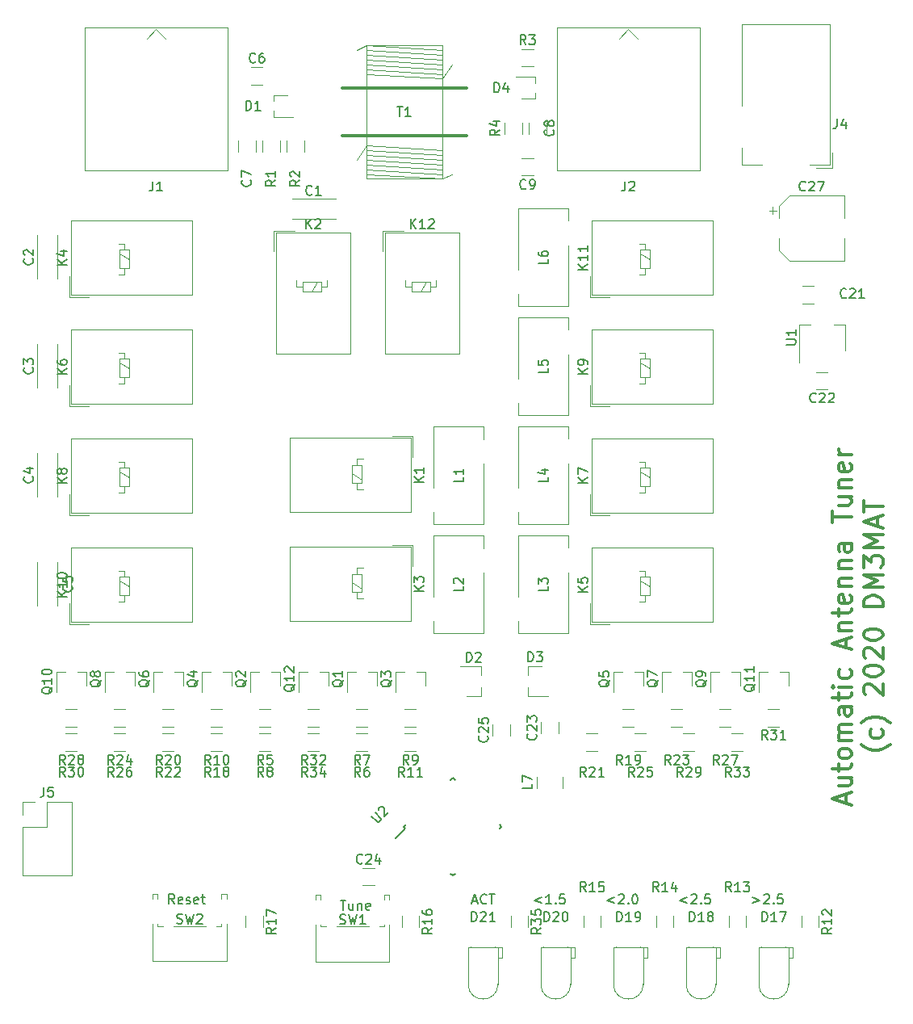
<source format=gbr>
G04 #@! TF.GenerationSoftware,KiCad,Pcbnew,5.1.5+dfsg1-2build2*
G04 #@! TF.CreationDate,2020-12-01T23:40:43+01:00*
G04 #@! TF.ProjectId,ATU,4154552e-6b69-4636-9164-5f7063625858,0*
G04 #@! TF.SameCoordinates,Original*
G04 #@! TF.FileFunction,Legend,Top*
G04 #@! TF.FilePolarity,Positive*
%FSLAX46Y46*%
G04 Gerber Fmt 4.6, Leading zero omitted, Abs format (unit mm)*
G04 Created by KiCad (PCBNEW 5.1.5+dfsg1-2build2) date 2020-12-01 23:40:43*
%MOMM*%
%LPD*%
G04 APERTURE LIST*
%ADD10C,0.150000*%
%ADD11C,0.300000*%
%ADD12C,0.120000*%
G04 APERTURE END LIST*
D10*
X59656904Y-134832380D02*
X59323571Y-134356190D01*
X59085476Y-134832380D02*
X59085476Y-133832380D01*
X59466428Y-133832380D01*
X59561666Y-133880000D01*
X59609285Y-133927619D01*
X59656904Y-134022857D01*
X59656904Y-134165714D01*
X59609285Y-134260952D01*
X59561666Y-134308571D01*
X59466428Y-134356190D01*
X59085476Y-134356190D01*
X60466428Y-134784761D02*
X60371190Y-134832380D01*
X60180714Y-134832380D01*
X60085476Y-134784761D01*
X60037857Y-134689523D01*
X60037857Y-134308571D01*
X60085476Y-134213333D01*
X60180714Y-134165714D01*
X60371190Y-134165714D01*
X60466428Y-134213333D01*
X60514047Y-134308571D01*
X60514047Y-134403809D01*
X60037857Y-134499047D01*
X60895000Y-134784761D02*
X60990238Y-134832380D01*
X61180714Y-134832380D01*
X61275952Y-134784761D01*
X61323571Y-134689523D01*
X61323571Y-134641904D01*
X61275952Y-134546666D01*
X61180714Y-134499047D01*
X61037857Y-134499047D01*
X60942619Y-134451428D01*
X60895000Y-134356190D01*
X60895000Y-134308571D01*
X60942619Y-134213333D01*
X61037857Y-134165714D01*
X61180714Y-134165714D01*
X61275952Y-134213333D01*
X62133095Y-134784761D02*
X62037857Y-134832380D01*
X61847380Y-134832380D01*
X61752142Y-134784761D01*
X61704523Y-134689523D01*
X61704523Y-134308571D01*
X61752142Y-134213333D01*
X61847380Y-134165714D01*
X62037857Y-134165714D01*
X62133095Y-134213333D01*
X62180714Y-134308571D01*
X62180714Y-134403809D01*
X61704523Y-134499047D01*
X62466428Y-134165714D02*
X62847380Y-134165714D01*
X62609285Y-133832380D02*
X62609285Y-134689523D01*
X62656904Y-134784761D01*
X62752142Y-134832380D01*
X62847380Y-134832380D01*
X77055952Y-134467380D02*
X77627380Y-134467380D01*
X77341666Y-135467380D02*
X77341666Y-134467380D01*
X78389285Y-134800714D02*
X78389285Y-135467380D01*
X77960714Y-134800714D02*
X77960714Y-135324523D01*
X78008333Y-135419761D01*
X78103571Y-135467380D01*
X78246428Y-135467380D01*
X78341666Y-135419761D01*
X78389285Y-135372142D01*
X78865476Y-134800714D02*
X78865476Y-135467380D01*
X78865476Y-134895952D02*
X78913095Y-134848333D01*
X79008333Y-134800714D01*
X79151190Y-134800714D01*
X79246428Y-134848333D01*
X79294047Y-134943571D01*
X79294047Y-135467380D01*
X80151190Y-135419761D02*
X80055952Y-135467380D01*
X79865476Y-135467380D01*
X79770238Y-135419761D01*
X79722619Y-135324523D01*
X79722619Y-134943571D01*
X79770238Y-134848333D01*
X79865476Y-134800714D01*
X80055952Y-134800714D01*
X80151190Y-134848333D01*
X80198809Y-134943571D01*
X80198809Y-135038809D01*
X79722619Y-135134047D01*
X120283571Y-134165714D02*
X121045476Y-134451428D01*
X120283571Y-134737142D01*
X121474047Y-133927619D02*
X121521666Y-133880000D01*
X121616904Y-133832380D01*
X121855000Y-133832380D01*
X121950238Y-133880000D01*
X121997857Y-133927619D01*
X122045476Y-134022857D01*
X122045476Y-134118095D01*
X121997857Y-134260952D01*
X121426428Y-134832380D01*
X122045476Y-134832380D01*
X122474047Y-134737142D02*
X122521666Y-134784761D01*
X122474047Y-134832380D01*
X122426428Y-134784761D01*
X122474047Y-134737142D01*
X122474047Y-134832380D01*
X123426428Y-133832380D02*
X122950238Y-133832380D01*
X122902619Y-134308571D01*
X122950238Y-134260952D01*
X123045476Y-134213333D01*
X123283571Y-134213333D01*
X123378809Y-134260952D01*
X123426428Y-134308571D01*
X123474047Y-134403809D01*
X123474047Y-134641904D01*
X123426428Y-134737142D01*
X123378809Y-134784761D01*
X123283571Y-134832380D01*
X123045476Y-134832380D01*
X122950238Y-134784761D01*
X122902619Y-134737142D01*
X113425476Y-134165714D02*
X112663571Y-134451428D01*
X113425476Y-134737142D01*
X113854047Y-133927619D02*
X113901666Y-133880000D01*
X113996904Y-133832380D01*
X114235000Y-133832380D01*
X114330238Y-133880000D01*
X114377857Y-133927619D01*
X114425476Y-134022857D01*
X114425476Y-134118095D01*
X114377857Y-134260952D01*
X113806428Y-134832380D01*
X114425476Y-134832380D01*
X114854047Y-134737142D02*
X114901666Y-134784761D01*
X114854047Y-134832380D01*
X114806428Y-134784761D01*
X114854047Y-134737142D01*
X114854047Y-134832380D01*
X115806428Y-133832380D02*
X115330238Y-133832380D01*
X115282619Y-134308571D01*
X115330238Y-134260952D01*
X115425476Y-134213333D01*
X115663571Y-134213333D01*
X115758809Y-134260952D01*
X115806428Y-134308571D01*
X115854047Y-134403809D01*
X115854047Y-134641904D01*
X115806428Y-134737142D01*
X115758809Y-134784761D01*
X115663571Y-134832380D01*
X115425476Y-134832380D01*
X115330238Y-134784761D01*
X115282619Y-134737142D01*
X105805476Y-134165714D02*
X105043571Y-134451428D01*
X105805476Y-134737142D01*
X106234047Y-133927619D02*
X106281666Y-133880000D01*
X106376904Y-133832380D01*
X106615000Y-133832380D01*
X106710238Y-133880000D01*
X106757857Y-133927619D01*
X106805476Y-134022857D01*
X106805476Y-134118095D01*
X106757857Y-134260952D01*
X106186428Y-134832380D01*
X106805476Y-134832380D01*
X107234047Y-134737142D02*
X107281666Y-134784761D01*
X107234047Y-134832380D01*
X107186428Y-134784761D01*
X107234047Y-134737142D01*
X107234047Y-134832380D01*
X107900714Y-133832380D02*
X107995952Y-133832380D01*
X108091190Y-133880000D01*
X108138809Y-133927619D01*
X108186428Y-134022857D01*
X108234047Y-134213333D01*
X108234047Y-134451428D01*
X108186428Y-134641904D01*
X108138809Y-134737142D01*
X108091190Y-134784761D01*
X107995952Y-134832380D01*
X107900714Y-134832380D01*
X107805476Y-134784761D01*
X107757857Y-134737142D01*
X107710238Y-134641904D01*
X107662619Y-134451428D01*
X107662619Y-134213333D01*
X107710238Y-134022857D01*
X107757857Y-133927619D01*
X107805476Y-133880000D01*
X107900714Y-133832380D01*
X98185476Y-134165714D02*
X97423571Y-134451428D01*
X98185476Y-134737142D01*
X99185476Y-134832380D02*
X98614047Y-134832380D01*
X98899761Y-134832380D02*
X98899761Y-133832380D01*
X98804523Y-133975238D01*
X98709285Y-134070476D01*
X98614047Y-134118095D01*
X99614047Y-134737142D02*
X99661666Y-134784761D01*
X99614047Y-134832380D01*
X99566428Y-134784761D01*
X99614047Y-134737142D01*
X99614047Y-134832380D01*
X100566428Y-133832380D02*
X100090238Y-133832380D01*
X100042619Y-134308571D01*
X100090238Y-134260952D01*
X100185476Y-134213333D01*
X100423571Y-134213333D01*
X100518809Y-134260952D01*
X100566428Y-134308571D01*
X100614047Y-134403809D01*
X100614047Y-134641904D01*
X100566428Y-134737142D01*
X100518809Y-134784761D01*
X100423571Y-134832380D01*
X100185476Y-134832380D01*
X100090238Y-134784761D01*
X100042619Y-134737142D01*
X90890952Y-134546666D02*
X91367142Y-134546666D01*
X90795714Y-134832380D02*
X91129047Y-133832380D01*
X91462380Y-134832380D01*
X92367142Y-134737142D02*
X92319523Y-134784761D01*
X92176666Y-134832380D01*
X92081428Y-134832380D01*
X91938571Y-134784761D01*
X91843333Y-134689523D01*
X91795714Y-134594285D01*
X91748095Y-134403809D01*
X91748095Y-134260952D01*
X91795714Y-134070476D01*
X91843333Y-133975238D01*
X91938571Y-133880000D01*
X92081428Y-133832380D01*
X92176666Y-133832380D01*
X92319523Y-133880000D01*
X92367142Y-133927619D01*
X92652857Y-133832380D02*
X93224285Y-133832380D01*
X92938571Y-134832380D02*
X92938571Y-133832380D01*
D11*
X130063333Y-124281190D02*
X130063333Y-123328809D01*
X130634761Y-124471666D02*
X128634761Y-123805000D01*
X130634761Y-123138333D01*
X129301428Y-121614523D02*
X130634761Y-121614523D01*
X129301428Y-122471666D02*
X130349047Y-122471666D01*
X130539523Y-122376428D01*
X130634761Y-122185952D01*
X130634761Y-121900238D01*
X130539523Y-121709761D01*
X130444285Y-121614523D01*
X129301428Y-120947857D02*
X129301428Y-120185952D01*
X128634761Y-120662142D02*
X130349047Y-120662142D01*
X130539523Y-120566904D01*
X130634761Y-120376428D01*
X130634761Y-120185952D01*
X130634761Y-119233571D02*
X130539523Y-119424047D01*
X130444285Y-119519285D01*
X130253809Y-119614523D01*
X129682380Y-119614523D01*
X129491904Y-119519285D01*
X129396666Y-119424047D01*
X129301428Y-119233571D01*
X129301428Y-118947857D01*
X129396666Y-118757380D01*
X129491904Y-118662142D01*
X129682380Y-118566904D01*
X130253809Y-118566904D01*
X130444285Y-118662142D01*
X130539523Y-118757380D01*
X130634761Y-118947857D01*
X130634761Y-119233571D01*
X130634761Y-117709761D02*
X129301428Y-117709761D01*
X129491904Y-117709761D02*
X129396666Y-117614523D01*
X129301428Y-117424047D01*
X129301428Y-117138333D01*
X129396666Y-116947857D01*
X129587142Y-116852619D01*
X130634761Y-116852619D01*
X129587142Y-116852619D02*
X129396666Y-116757380D01*
X129301428Y-116566904D01*
X129301428Y-116281190D01*
X129396666Y-116090714D01*
X129587142Y-115995476D01*
X130634761Y-115995476D01*
X130634761Y-114185952D02*
X129587142Y-114185952D01*
X129396666Y-114281190D01*
X129301428Y-114471666D01*
X129301428Y-114852619D01*
X129396666Y-115043095D01*
X130539523Y-114185952D02*
X130634761Y-114376428D01*
X130634761Y-114852619D01*
X130539523Y-115043095D01*
X130349047Y-115138333D01*
X130158571Y-115138333D01*
X129968095Y-115043095D01*
X129872857Y-114852619D01*
X129872857Y-114376428D01*
X129777619Y-114185952D01*
X129301428Y-113519285D02*
X129301428Y-112757380D01*
X128634761Y-113233571D02*
X130349047Y-113233571D01*
X130539523Y-113138333D01*
X130634761Y-112947857D01*
X130634761Y-112757380D01*
X130634761Y-112090714D02*
X129301428Y-112090714D01*
X128634761Y-112090714D02*
X128730000Y-112185952D01*
X128825238Y-112090714D01*
X128730000Y-111995476D01*
X128634761Y-112090714D01*
X128825238Y-112090714D01*
X130539523Y-110281190D02*
X130634761Y-110471666D01*
X130634761Y-110852619D01*
X130539523Y-111043095D01*
X130444285Y-111138333D01*
X130253809Y-111233571D01*
X129682380Y-111233571D01*
X129491904Y-111138333D01*
X129396666Y-111043095D01*
X129301428Y-110852619D01*
X129301428Y-110471666D01*
X129396666Y-110281190D01*
X130063333Y-107995476D02*
X130063333Y-107043095D01*
X130634761Y-108185952D02*
X128634761Y-107519285D01*
X130634761Y-106852619D01*
X129301428Y-106185952D02*
X130634761Y-106185952D01*
X129491904Y-106185952D02*
X129396666Y-106090714D01*
X129301428Y-105900238D01*
X129301428Y-105614523D01*
X129396666Y-105424047D01*
X129587142Y-105328809D01*
X130634761Y-105328809D01*
X129301428Y-104662142D02*
X129301428Y-103900238D01*
X128634761Y-104376428D02*
X130349047Y-104376428D01*
X130539523Y-104281190D01*
X130634761Y-104090714D01*
X130634761Y-103900238D01*
X130539523Y-102471666D02*
X130634761Y-102662142D01*
X130634761Y-103043095D01*
X130539523Y-103233571D01*
X130349047Y-103328809D01*
X129587142Y-103328809D01*
X129396666Y-103233571D01*
X129301428Y-103043095D01*
X129301428Y-102662142D01*
X129396666Y-102471666D01*
X129587142Y-102376428D01*
X129777619Y-102376428D01*
X129968095Y-103328809D01*
X129301428Y-101519285D02*
X130634761Y-101519285D01*
X129491904Y-101519285D02*
X129396666Y-101424047D01*
X129301428Y-101233571D01*
X129301428Y-100947857D01*
X129396666Y-100757380D01*
X129587142Y-100662142D01*
X130634761Y-100662142D01*
X129301428Y-99709761D02*
X130634761Y-99709761D01*
X129491904Y-99709761D02*
X129396666Y-99614523D01*
X129301428Y-99424047D01*
X129301428Y-99138333D01*
X129396666Y-98947857D01*
X129587142Y-98852619D01*
X130634761Y-98852619D01*
X130634761Y-97043095D02*
X129587142Y-97043095D01*
X129396666Y-97138333D01*
X129301428Y-97328809D01*
X129301428Y-97709761D01*
X129396666Y-97900238D01*
X130539523Y-97043095D02*
X130634761Y-97233571D01*
X130634761Y-97709761D01*
X130539523Y-97900238D01*
X130349047Y-97995476D01*
X130158571Y-97995476D01*
X129968095Y-97900238D01*
X129872857Y-97709761D01*
X129872857Y-97233571D01*
X129777619Y-97043095D01*
X128634761Y-94852619D02*
X128634761Y-93709761D01*
X130634761Y-94281190D02*
X128634761Y-94281190D01*
X129301428Y-92185952D02*
X130634761Y-92185952D01*
X129301428Y-93043095D02*
X130349047Y-93043095D01*
X130539523Y-92947857D01*
X130634761Y-92757380D01*
X130634761Y-92471666D01*
X130539523Y-92281190D01*
X130444285Y-92185952D01*
X129301428Y-91233571D02*
X130634761Y-91233571D01*
X129491904Y-91233571D02*
X129396666Y-91138333D01*
X129301428Y-90947857D01*
X129301428Y-90662142D01*
X129396666Y-90471666D01*
X129587142Y-90376428D01*
X130634761Y-90376428D01*
X130539523Y-88662142D02*
X130634761Y-88852619D01*
X130634761Y-89233571D01*
X130539523Y-89424047D01*
X130349047Y-89519285D01*
X129587142Y-89519285D01*
X129396666Y-89424047D01*
X129301428Y-89233571D01*
X129301428Y-88852619D01*
X129396666Y-88662142D01*
X129587142Y-88566904D01*
X129777619Y-88566904D01*
X129968095Y-89519285D01*
X130634761Y-87709761D02*
X129301428Y-87709761D01*
X129682380Y-87709761D02*
X129491904Y-87614523D01*
X129396666Y-87519285D01*
X129301428Y-87328809D01*
X129301428Y-87138333D01*
X134696666Y-118138333D02*
X134601428Y-118233571D01*
X134315714Y-118424047D01*
X134125238Y-118519285D01*
X133839523Y-118614523D01*
X133363333Y-118709761D01*
X132982380Y-118709761D01*
X132506190Y-118614523D01*
X132220476Y-118519285D01*
X132030000Y-118424047D01*
X131744285Y-118233571D01*
X131649047Y-118138333D01*
X133839523Y-116519285D02*
X133934761Y-116709761D01*
X133934761Y-117090714D01*
X133839523Y-117281190D01*
X133744285Y-117376428D01*
X133553809Y-117471666D01*
X132982380Y-117471666D01*
X132791904Y-117376428D01*
X132696666Y-117281190D01*
X132601428Y-117090714D01*
X132601428Y-116709761D01*
X132696666Y-116519285D01*
X134696666Y-115852619D02*
X134601428Y-115757380D01*
X134315714Y-115566904D01*
X134125238Y-115471666D01*
X133839523Y-115376428D01*
X133363333Y-115281190D01*
X132982380Y-115281190D01*
X132506190Y-115376428D01*
X132220476Y-115471666D01*
X132030000Y-115566904D01*
X131744285Y-115757380D01*
X131649047Y-115852619D01*
X132125238Y-112900238D02*
X132030000Y-112805000D01*
X131934761Y-112614523D01*
X131934761Y-112138333D01*
X132030000Y-111947857D01*
X132125238Y-111852619D01*
X132315714Y-111757380D01*
X132506190Y-111757380D01*
X132791904Y-111852619D01*
X133934761Y-112995476D01*
X133934761Y-111757380D01*
X131934761Y-110519285D02*
X131934761Y-110328809D01*
X132030000Y-110138333D01*
X132125238Y-110043095D01*
X132315714Y-109947857D01*
X132696666Y-109852619D01*
X133172857Y-109852619D01*
X133553809Y-109947857D01*
X133744285Y-110043095D01*
X133839523Y-110138333D01*
X133934761Y-110328809D01*
X133934761Y-110519285D01*
X133839523Y-110709761D01*
X133744285Y-110805000D01*
X133553809Y-110900238D01*
X133172857Y-110995476D01*
X132696666Y-110995476D01*
X132315714Y-110900238D01*
X132125238Y-110805000D01*
X132030000Y-110709761D01*
X131934761Y-110519285D01*
X132125238Y-109090714D02*
X132030000Y-108995476D01*
X131934761Y-108805000D01*
X131934761Y-108328809D01*
X132030000Y-108138333D01*
X132125238Y-108043095D01*
X132315714Y-107947857D01*
X132506190Y-107947857D01*
X132791904Y-108043095D01*
X133934761Y-109185952D01*
X133934761Y-107947857D01*
X131934761Y-106709761D02*
X131934761Y-106519285D01*
X132030000Y-106328809D01*
X132125238Y-106233571D01*
X132315714Y-106138333D01*
X132696666Y-106043095D01*
X133172857Y-106043095D01*
X133553809Y-106138333D01*
X133744285Y-106233571D01*
X133839523Y-106328809D01*
X133934761Y-106519285D01*
X133934761Y-106709761D01*
X133839523Y-106900238D01*
X133744285Y-106995476D01*
X133553809Y-107090714D01*
X133172857Y-107185952D01*
X132696666Y-107185952D01*
X132315714Y-107090714D01*
X132125238Y-106995476D01*
X132030000Y-106900238D01*
X131934761Y-106709761D01*
X133934761Y-103662142D02*
X131934761Y-103662142D01*
X131934761Y-103185952D01*
X132030000Y-102900238D01*
X132220476Y-102709761D01*
X132410952Y-102614523D01*
X132791904Y-102519285D01*
X133077619Y-102519285D01*
X133458571Y-102614523D01*
X133649047Y-102709761D01*
X133839523Y-102900238D01*
X133934761Y-103185952D01*
X133934761Y-103662142D01*
X133934761Y-101662142D02*
X131934761Y-101662142D01*
X133363333Y-100995476D01*
X131934761Y-100328809D01*
X133934761Y-100328809D01*
X131934761Y-99566904D02*
X131934761Y-98328809D01*
X132696666Y-98995476D01*
X132696666Y-98709761D01*
X132791904Y-98519285D01*
X132887142Y-98424047D01*
X133077619Y-98328809D01*
X133553809Y-98328809D01*
X133744285Y-98424047D01*
X133839523Y-98519285D01*
X133934761Y-98709761D01*
X133934761Y-99281190D01*
X133839523Y-99471666D01*
X133744285Y-99566904D01*
X133934761Y-97471666D02*
X131934761Y-97471666D01*
X133363333Y-96805000D01*
X131934761Y-96138333D01*
X133934761Y-96138333D01*
X133363333Y-95281190D02*
X133363333Y-94328809D01*
X133934761Y-95471666D02*
X131934761Y-94805000D01*
X133934761Y-94138333D01*
X131934761Y-93757380D02*
X131934761Y-92614523D01*
X133934761Y-93185952D02*
X131934761Y-93185952D01*
D12*
X94910000Y-136100436D02*
X94910000Y-137304564D01*
X96730000Y-136100436D02*
X96730000Y-137304564D01*
X93280000Y-139270000D02*
X93280000Y-139270000D01*
X93280000Y-139400000D02*
X93280000Y-139270000D01*
X93280000Y-139400000D02*
X93280000Y-139400000D01*
X93280000Y-139270000D02*
X93280000Y-139400000D01*
X90740000Y-139270000D02*
X90740000Y-139270000D01*
X90740000Y-139400000D02*
X90740000Y-139270000D01*
X90740000Y-139400000D02*
X90740000Y-139400000D01*
X90740000Y-139270000D02*
X90740000Y-139400000D01*
X93570000Y-139400000D02*
X93970000Y-139400000D01*
X93570000Y-140520000D02*
X93570000Y-139400000D01*
X93970000Y-140520000D02*
X93570000Y-140520000D01*
X93970000Y-139400000D02*
X93970000Y-140520000D01*
X90450000Y-139400000D02*
X93570000Y-139400000D01*
X93570000Y-139400000D02*
X93570000Y-143260000D01*
X90450000Y-139400000D02*
X90450000Y-143260000D01*
X93570000Y-143260000D02*
G75*
G02X90450000Y-143260000I-1560000J0D01*
G01*
X87755000Y-58830000D02*
X88755000Y-58330000D01*
X79755000Y-44830000D02*
X78755000Y-45330000D01*
X87755000Y-48330000D02*
X88755000Y-46830000D01*
X79755000Y-55330000D02*
X78755000Y-56830000D01*
X87755000Y-55830000D02*
X79755000Y-55330000D01*
X87755000Y-56330000D02*
X79755000Y-55830000D01*
X87755000Y-56830000D02*
X79755000Y-56330000D01*
X87755000Y-57330000D02*
X79755000Y-56830000D01*
X87755000Y-57830000D02*
X79755000Y-57330000D01*
X87755000Y-58330000D02*
X79755000Y-57830000D01*
X87755000Y-58830000D02*
X79755000Y-58330000D01*
X87755000Y-45330000D02*
X79755000Y-44830000D01*
X87755000Y-45830000D02*
X79755000Y-45330000D01*
X87755000Y-46330000D02*
X79755000Y-45830000D01*
X87755000Y-46830000D02*
X79755000Y-46330000D01*
X87755000Y-47330000D02*
X79755000Y-46830000D01*
X87755000Y-47830000D02*
X79755000Y-47330000D01*
X87755000Y-48330000D02*
X79755000Y-47830000D01*
D11*
X90255000Y-54330000D02*
X77255000Y-54330000D01*
X90255000Y-49330000D02*
X77255000Y-49330000D01*
D12*
X79755000Y-44830000D02*
X87755000Y-44830000D01*
X79755000Y-58830000D02*
X87755000Y-58830000D01*
X87755000Y-58830000D02*
X87755000Y-44830000D01*
X79755000Y-58830000D02*
X79755000Y-44830000D01*
D10*
X83867575Y-126919099D02*
X82859948Y-127926726D01*
X88835000Y-121633476D02*
X88605190Y-121863286D01*
X93961524Y-126760000D02*
X93731714Y-126989810D01*
X88835000Y-131886524D02*
X89064810Y-131656714D01*
X83708476Y-126760000D02*
X83938286Y-126530190D01*
X88835000Y-131886524D02*
X88605190Y-131656714D01*
X93961524Y-126760000D02*
X93731714Y-126530190D01*
X88835000Y-121633476D02*
X89064810Y-121863286D01*
X83708476Y-126760000D02*
X83867575Y-126919099D01*
D12*
X74832064Y-116960000D02*
X73627936Y-116960000D01*
X74832064Y-118780000D02*
X73627936Y-118780000D01*
X118077936Y-118780000D02*
X119282064Y-118780000D01*
X118077936Y-116960000D02*
X119282064Y-116960000D01*
X74832064Y-114420000D02*
X73627936Y-114420000D01*
X74832064Y-116240000D02*
X73627936Y-116240000D01*
X123092064Y-114420000D02*
X121887936Y-114420000D01*
X123092064Y-116240000D02*
X121887936Y-116240000D01*
X49432064Y-116960000D02*
X48227936Y-116960000D01*
X49432064Y-118780000D02*
X48227936Y-118780000D01*
X112997936Y-118780000D02*
X114202064Y-118780000D01*
X112997936Y-116960000D02*
X114202064Y-116960000D01*
X49432064Y-114420000D02*
X48227936Y-114420000D01*
X49432064Y-116240000D02*
X48227936Y-116240000D01*
X118012064Y-114420000D02*
X116807936Y-114420000D01*
X118012064Y-116240000D02*
X116807936Y-116240000D01*
X54512064Y-116960000D02*
X53307936Y-116960000D01*
X54512064Y-118780000D02*
X53307936Y-118780000D01*
X107917936Y-118780000D02*
X109122064Y-118780000D01*
X107917936Y-116960000D02*
X109122064Y-116960000D01*
X54512064Y-114420000D02*
X53307936Y-114420000D01*
X54512064Y-116240000D02*
X53307936Y-116240000D01*
X112932064Y-114420000D02*
X111727936Y-114420000D01*
X112932064Y-116240000D02*
X111727936Y-116240000D01*
X59592064Y-116960000D02*
X58387936Y-116960000D01*
X59592064Y-118780000D02*
X58387936Y-118780000D01*
X102837936Y-118780000D02*
X104042064Y-118780000D01*
X102837936Y-116960000D02*
X104042064Y-116960000D01*
X59592064Y-114420000D02*
X58387936Y-114420000D01*
X59592064Y-116240000D02*
X58387936Y-116240000D01*
X107852064Y-114420000D02*
X106647936Y-114420000D01*
X107852064Y-116240000D02*
X106647936Y-116240000D01*
X64672064Y-116960000D02*
X63467936Y-116960000D01*
X64672064Y-118780000D02*
X63467936Y-118780000D01*
X84992064Y-116960000D02*
X83787936Y-116960000D01*
X84992064Y-118780000D02*
X83787936Y-118780000D01*
X64672064Y-114420000D02*
X63467936Y-114420000D01*
X64672064Y-116240000D02*
X63467936Y-116240000D01*
X84992064Y-114420000D02*
X83787936Y-114420000D01*
X84992064Y-116240000D02*
X83787936Y-116240000D01*
X69752064Y-116960000D02*
X68547936Y-116960000D01*
X69752064Y-118780000D02*
X68547936Y-118780000D01*
X69752064Y-114420000D02*
X68547936Y-114420000D01*
X69752064Y-116240000D02*
X68547936Y-116240000D01*
X75810000Y-110490000D02*
X75810000Y-111950000D01*
X72650000Y-110490000D02*
X72650000Y-112650000D01*
X72650000Y-110490000D02*
X73580000Y-110490000D01*
X75810000Y-110490000D02*
X74880000Y-110490000D01*
X124070000Y-110490000D02*
X124070000Y-111950000D01*
X120910000Y-110490000D02*
X120910000Y-112650000D01*
X120910000Y-110490000D02*
X121840000Y-110490000D01*
X124070000Y-110490000D02*
X123140000Y-110490000D01*
X50410000Y-110490000D02*
X50410000Y-111950000D01*
X47250000Y-110490000D02*
X47250000Y-112650000D01*
X47250000Y-110490000D02*
X48180000Y-110490000D01*
X50410000Y-110490000D02*
X49480000Y-110490000D01*
X118990000Y-110490000D02*
X118990000Y-111950000D01*
X115830000Y-110490000D02*
X115830000Y-112650000D01*
X115830000Y-110490000D02*
X116760000Y-110490000D01*
X118990000Y-110490000D02*
X118060000Y-110490000D01*
X55490000Y-110490000D02*
X55490000Y-111950000D01*
X52330000Y-110490000D02*
X52330000Y-112650000D01*
X52330000Y-110490000D02*
X53260000Y-110490000D01*
X55490000Y-110490000D02*
X54560000Y-110490000D01*
X113910000Y-110490000D02*
X113910000Y-111950000D01*
X110750000Y-110490000D02*
X110750000Y-112650000D01*
X110750000Y-110490000D02*
X111680000Y-110490000D01*
X113910000Y-110490000D02*
X112980000Y-110490000D01*
X60570000Y-110490000D02*
X60570000Y-111950000D01*
X57410000Y-110490000D02*
X57410000Y-112650000D01*
X57410000Y-110490000D02*
X58340000Y-110490000D01*
X60570000Y-110490000D02*
X59640000Y-110490000D01*
X108830000Y-110490000D02*
X108830000Y-111950000D01*
X105670000Y-110490000D02*
X105670000Y-112650000D01*
X105670000Y-110490000D02*
X106600000Y-110490000D01*
X108830000Y-110490000D02*
X107900000Y-110490000D01*
X65650000Y-110490000D02*
X65650000Y-111950000D01*
X62490000Y-110490000D02*
X62490000Y-112650000D01*
X62490000Y-110490000D02*
X63420000Y-110490000D01*
X65650000Y-110490000D02*
X64720000Y-110490000D01*
X85970000Y-110490000D02*
X85970000Y-111950000D01*
X82810000Y-110490000D02*
X82810000Y-112650000D01*
X82810000Y-110490000D02*
X83740000Y-110490000D01*
X85970000Y-110490000D02*
X85040000Y-110490000D01*
X70730000Y-110490000D02*
X70730000Y-111950000D01*
X67570000Y-110490000D02*
X67570000Y-112650000D01*
X67570000Y-110490000D02*
X68500000Y-110490000D01*
X70730000Y-110490000D02*
X69800000Y-110490000D01*
X86447000Y-69610000D02*
X86447000Y-70626000D01*
X84542000Y-70626000D02*
X86447000Y-70626000D01*
X84542000Y-69610000D02*
X84542000Y-70626000D01*
X86447000Y-69610000D02*
X84542000Y-69610000D01*
X87082000Y-70118000D02*
X86447000Y-70118000D01*
X87082000Y-69483000D02*
X87082000Y-70118000D01*
X83882000Y-70118000D02*
X84542000Y-70118000D01*
X83882000Y-69483000D02*
X83882000Y-70118000D01*
X86066000Y-69610000D02*
X85431000Y-70626000D01*
X81720000Y-64500000D02*
X89520000Y-64500000D01*
X89520000Y-64500000D02*
X89520000Y-77200000D01*
X89520000Y-77200000D02*
X81720000Y-77200000D01*
X81720000Y-77200000D02*
X81720000Y-64500000D01*
X81520000Y-66400000D02*
X81520000Y-64300000D01*
X81520000Y-64300000D02*
X83720000Y-64300000D01*
X108520000Y-66283000D02*
X109536000Y-66283000D01*
X109536000Y-68188000D02*
X109536000Y-66283000D01*
X108520000Y-68188000D02*
X109536000Y-68188000D01*
X108520000Y-66283000D02*
X108520000Y-68188000D01*
X109028000Y-65648000D02*
X109028000Y-66283000D01*
X108393000Y-65648000D02*
X109028000Y-65648000D01*
X109028000Y-68848000D02*
X109028000Y-68188000D01*
X108393000Y-68848000D02*
X109028000Y-68848000D01*
X108520000Y-66664000D02*
X109536000Y-67299000D01*
X103410000Y-71010000D02*
X103410000Y-63210000D01*
X103410000Y-63210000D02*
X116110000Y-63210000D01*
X116110000Y-63210000D02*
X116110000Y-71010000D01*
X116110000Y-71010000D02*
X103410000Y-71010000D01*
X105310000Y-71210000D02*
X103210000Y-71210000D01*
X103210000Y-71210000D02*
X103210000Y-69010000D01*
X53910000Y-100573000D02*
X54926000Y-100573000D01*
X54926000Y-102478000D02*
X54926000Y-100573000D01*
X53910000Y-102478000D02*
X54926000Y-102478000D01*
X53910000Y-100573000D02*
X53910000Y-102478000D01*
X54418000Y-99938000D02*
X54418000Y-100573000D01*
X53783000Y-99938000D02*
X54418000Y-99938000D01*
X54418000Y-103138000D02*
X54418000Y-102478000D01*
X53783000Y-103138000D02*
X54418000Y-103138000D01*
X53910000Y-100954000D02*
X54926000Y-101589000D01*
X48800000Y-105300000D02*
X48800000Y-97500000D01*
X48800000Y-97500000D02*
X61500000Y-97500000D01*
X61500000Y-97500000D02*
X61500000Y-105300000D01*
X61500000Y-105300000D02*
X48800000Y-105300000D01*
X50700000Y-105500000D02*
X48600000Y-105500000D01*
X48600000Y-105500000D02*
X48600000Y-103300000D01*
X108520000Y-77713000D02*
X109536000Y-77713000D01*
X109536000Y-79618000D02*
X109536000Y-77713000D01*
X108520000Y-79618000D02*
X109536000Y-79618000D01*
X108520000Y-77713000D02*
X108520000Y-79618000D01*
X109028000Y-77078000D02*
X109028000Y-77713000D01*
X108393000Y-77078000D02*
X109028000Y-77078000D01*
X109028000Y-80278000D02*
X109028000Y-79618000D01*
X108393000Y-80278000D02*
X109028000Y-80278000D01*
X108520000Y-78094000D02*
X109536000Y-78729000D01*
X103410000Y-82440000D02*
X103410000Y-74640000D01*
X103410000Y-74640000D02*
X116110000Y-74640000D01*
X116110000Y-74640000D02*
X116110000Y-82440000D01*
X116110000Y-82440000D02*
X103410000Y-82440000D01*
X105310000Y-82640000D02*
X103210000Y-82640000D01*
X103210000Y-82640000D02*
X103210000Y-80440000D01*
X53910000Y-89143000D02*
X54926000Y-89143000D01*
X54926000Y-91048000D02*
X54926000Y-89143000D01*
X53910000Y-91048000D02*
X54926000Y-91048000D01*
X53910000Y-89143000D02*
X53910000Y-91048000D01*
X54418000Y-88508000D02*
X54418000Y-89143000D01*
X53783000Y-88508000D02*
X54418000Y-88508000D01*
X54418000Y-91708000D02*
X54418000Y-91048000D01*
X53783000Y-91708000D02*
X54418000Y-91708000D01*
X53910000Y-89524000D02*
X54926000Y-90159000D01*
X48800000Y-93870000D02*
X48800000Y-86070000D01*
X48800000Y-86070000D02*
X61500000Y-86070000D01*
X61500000Y-86070000D02*
X61500000Y-93870000D01*
X61500000Y-93870000D02*
X48800000Y-93870000D01*
X50700000Y-94070000D02*
X48600000Y-94070000D01*
X48600000Y-94070000D02*
X48600000Y-91870000D01*
X108520000Y-89143000D02*
X109536000Y-89143000D01*
X109536000Y-91048000D02*
X109536000Y-89143000D01*
X108520000Y-91048000D02*
X109536000Y-91048000D01*
X108520000Y-89143000D02*
X108520000Y-91048000D01*
X109028000Y-88508000D02*
X109028000Y-89143000D01*
X108393000Y-88508000D02*
X109028000Y-88508000D01*
X109028000Y-91708000D02*
X109028000Y-91048000D01*
X108393000Y-91708000D02*
X109028000Y-91708000D01*
X108520000Y-89524000D02*
X109536000Y-90159000D01*
X103410000Y-93870000D02*
X103410000Y-86070000D01*
X103410000Y-86070000D02*
X116110000Y-86070000D01*
X116110000Y-86070000D02*
X116110000Y-93870000D01*
X116110000Y-93870000D02*
X103410000Y-93870000D01*
X105310000Y-94070000D02*
X103210000Y-94070000D01*
X103210000Y-94070000D02*
X103210000Y-91870000D01*
X53910000Y-77713000D02*
X54926000Y-77713000D01*
X54926000Y-79618000D02*
X54926000Y-77713000D01*
X53910000Y-79618000D02*
X54926000Y-79618000D01*
X53910000Y-77713000D02*
X53910000Y-79618000D01*
X54418000Y-77078000D02*
X54418000Y-77713000D01*
X53783000Y-77078000D02*
X54418000Y-77078000D01*
X54418000Y-80278000D02*
X54418000Y-79618000D01*
X53783000Y-80278000D02*
X54418000Y-80278000D01*
X53910000Y-78094000D02*
X54926000Y-78729000D01*
X48800000Y-82440000D02*
X48800000Y-74640000D01*
X48800000Y-74640000D02*
X61500000Y-74640000D01*
X61500000Y-74640000D02*
X61500000Y-82440000D01*
X61500000Y-82440000D02*
X48800000Y-82440000D01*
X50700000Y-82640000D02*
X48600000Y-82640000D01*
X48600000Y-82640000D02*
X48600000Y-80440000D01*
X108520000Y-100573000D02*
X109536000Y-100573000D01*
X109536000Y-102478000D02*
X109536000Y-100573000D01*
X108520000Y-102478000D02*
X109536000Y-102478000D01*
X108520000Y-100573000D02*
X108520000Y-102478000D01*
X109028000Y-99938000D02*
X109028000Y-100573000D01*
X108393000Y-99938000D02*
X109028000Y-99938000D01*
X109028000Y-103138000D02*
X109028000Y-102478000D01*
X108393000Y-103138000D02*
X109028000Y-103138000D01*
X108520000Y-100954000D02*
X109536000Y-101589000D01*
X103410000Y-105300000D02*
X103410000Y-97500000D01*
X103410000Y-97500000D02*
X116110000Y-97500000D01*
X116110000Y-97500000D02*
X116110000Y-105300000D01*
X116110000Y-105300000D02*
X103410000Y-105300000D01*
X105310000Y-105500000D02*
X103210000Y-105500000D01*
X103210000Y-105500000D02*
X103210000Y-103300000D01*
X53910000Y-66283000D02*
X54926000Y-66283000D01*
X54926000Y-68188000D02*
X54926000Y-66283000D01*
X53910000Y-68188000D02*
X54926000Y-68188000D01*
X53910000Y-66283000D02*
X53910000Y-68188000D01*
X54418000Y-65648000D02*
X54418000Y-66283000D01*
X53783000Y-65648000D02*
X54418000Y-65648000D01*
X54418000Y-68848000D02*
X54418000Y-68188000D01*
X53783000Y-68848000D02*
X54418000Y-68848000D01*
X53910000Y-66664000D02*
X54926000Y-67299000D01*
X48800000Y-71010000D02*
X48800000Y-63210000D01*
X48800000Y-63210000D02*
X61500000Y-63210000D01*
X61500000Y-63210000D02*
X61500000Y-71010000D01*
X61500000Y-71010000D02*
X48800000Y-71010000D01*
X50700000Y-71210000D02*
X48600000Y-71210000D01*
X48600000Y-71210000D02*
X48600000Y-69010000D01*
X79310000Y-102147000D02*
X78294000Y-102147000D01*
X78294000Y-100242000D02*
X78294000Y-102147000D01*
X79310000Y-100242000D02*
X78294000Y-100242000D01*
X79310000Y-102147000D02*
X79310000Y-100242000D01*
X78802000Y-102782000D02*
X78802000Y-102147000D01*
X79437000Y-102782000D02*
X78802000Y-102782000D01*
X78802000Y-99582000D02*
X78802000Y-100242000D01*
X79437000Y-99582000D02*
X78802000Y-99582000D01*
X79310000Y-101766000D02*
X78294000Y-101131000D01*
X84420000Y-97420000D02*
X84420000Y-105220000D01*
X84420000Y-105220000D02*
X71720000Y-105220000D01*
X71720000Y-105220000D02*
X71720000Y-97420000D01*
X71720000Y-97420000D02*
X84420000Y-97420000D01*
X82520000Y-97220000D02*
X84620000Y-97220000D01*
X84620000Y-97220000D02*
X84620000Y-99420000D01*
X75017000Y-69610000D02*
X75017000Y-70626000D01*
X73112000Y-70626000D02*
X75017000Y-70626000D01*
X73112000Y-69610000D02*
X73112000Y-70626000D01*
X75017000Y-69610000D02*
X73112000Y-69610000D01*
X75652000Y-70118000D02*
X75017000Y-70118000D01*
X75652000Y-69483000D02*
X75652000Y-70118000D01*
X72452000Y-70118000D02*
X73112000Y-70118000D01*
X72452000Y-69483000D02*
X72452000Y-70118000D01*
X74636000Y-69610000D02*
X74001000Y-70626000D01*
X70290000Y-64500000D02*
X78090000Y-64500000D01*
X78090000Y-64500000D02*
X78090000Y-77200000D01*
X78090000Y-77200000D02*
X70290000Y-77200000D01*
X70290000Y-77200000D02*
X70290000Y-64500000D01*
X70090000Y-66400000D02*
X70090000Y-64300000D01*
X70090000Y-64300000D02*
X72290000Y-64300000D01*
X79310000Y-90717000D02*
X78294000Y-90717000D01*
X78294000Y-88812000D02*
X78294000Y-90717000D01*
X79310000Y-88812000D02*
X78294000Y-88812000D01*
X79310000Y-90717000D02*
X79310000Y-88812000D01*
X78802000Y-91352000D02*
X78802000Y-90717000D01*
X79437000Y-91352000D02*
X78802000Y-91352000D01*
X78802000Y-88152000D02*
X78802000Y-88812000D01*
X79437000Y-88152000D02*
X78802000Y-88152000D01*
X79310000Y-90336000D02*
X78294000Y-89701000D01*
X84420000Y-85990000D02*
X84420000Y-93790000D01*
X84420000Y-93790000D02*
X71720000Y-93790000D01*
X71720000Y-93790000D02*
X71720000Y-85990000D01*
X71720000Y-85990000D02*
X84420000Y-85990000D01*
X82520000Y-85790000D02*
X84620000Y-85790000D01*
X84620000Y-85790000D02*
X84620000Y-87990000D01*
X122416250Y-61758750D02*
X122416250Y-62546250D01*
X122022500Y-62152500D02*
X122810000Y-62152500D01*
X123050000Y-66345563D02*
X124114437Y-67410000D01*
X123050000Y-61654437D02*
X124114437Y-60590000D01*
X123050000Y-61654437D02*
X123050000Y-62940000D01*
X123050000Y-66345563D02*
X123050000Y-65060000D01*
X124114437Y-67410000D02*
X129870000Y-67410000D01*
X124114437Y-60590000D02*
X129870000Y-60590000D01*
X129870000Y-60590000D02*
X129870000Y-62940000D01*
X129870000Y-67410000D02*
X129870000Y-65060000D01*
X100980000Y-72190000D02*
X95740000Y-72190000D01*
X100980000Y-61950000D02*
X95740000Y-61950000D01*
X95740000Y-70880000D02*
X95740000Y-72190000D01*
X95740000Y-61950000D02*
X95740000Y-68340000D01*
X100980000Y-65800000D02*
X100980000Y-72190000D01*
X100980000Y-61950000D02*
X100976200Y-63234600D01*
X45235000Y-103590000D02*
X45220000Y-103590000D01*
X47360000Y-103590000D02*
X47345000Y-103590000D01*
X45235000Y-99050000D02*
X45220000Y-99050000D01*
X47360000Y-99050000D02*
X47345000Y-99050000D01*
X45220000Y-99050000D02*
X45220000Y-103590000D01*
X47360000Y-99050000D02*
X47360000Y-103590000D01*
X45235000Y-92160000D02*
X45220000Y-92160000D01*
X47360000Y-92160000D02*
X47345000Y-92160000D01*
X45235000Y-87620000D02*
X45220000Y-87620000D01*
X47360000Y-87620000D02*
X47345000Y-87620000D01*
X45220000Y-87620000D02*
X45220000Y-92160000D01*
X47360000Y-87620000D02*
X47360000Y-92160000D01*
X45235000Y-80730000D02*
X45220000Y-80730000D01*
X47360000Y-80730000D02*
X47345000Y-80730000D01*
X45235000Y-76190000D02*
X45220000Y-76190000D01*
X47360000Y-76190000D02*
X47345000Y-76190000D01*
X45220000Y-76190000D02*
X45220000Y-80730000D01*
X47360000Y-76190000D02*
X47360000Y-80730000D01*
X45235000Y-69300000D02*
X45220000Y-69300000D01*
X47360000Y-69300000D02*
X47345000Y-69300000D01*
X45235000Y-64760000D02*
X45220000Y-64760000D01*
X47360000Y-64760000D02*
X47345000Y-64760000D01*
X45220000Y-64760000D02*
X45220000Y-69300000D01*
X47360000Y-64760000D02*
X47360000Y-69300000D01*
X72000000Y-60935000D02*
X72000000Y-60920000D01*
X72000000Y-63060000D02*
X72000000Y-63045000D01*
X76540000Y-60935000D02*
X76540000Y-60920000D01*
X76540000Y-63060000D02*
X76540000Y-63045000D01*
X76540000Y-60920000D02*
X72000000Y-60920000D01*
X76540000Y-63060000D02*
X72000000Y-63060000D01*
X125170000Y-74116500D02*
X126370000Y-74116500D01*
X125170000Y-78116500D02*
X125170000Y-74116500D01*
X129970000Y-74116500D02*
X129970000Y-76816500D01*
X128770000Y-74116500D02*
X129970000Y-74116500D01*
X62940000Y-137170000D02*
X59540000Y-137170000D01*
X64580000Y-137170000D02*
X64040000Y-137170000D01*
X57380000Y-134340000D02*
X57380000Y-133830000D01*
X57900000Y-133830000D02*
X57380000Y-133830000D01*
X57900000Y-134340000D02*
X57900000Y-133830000D01*
X58440000Y-137170000D02*
X57900000Y-137170000D01*
X65100000Y-134340000D02*
X65100000Y-133830000D01*
X64580000Y-134340000D02*
X64580000Y-133830000D01*
X57900000Y-137170000D02*
X57900000Y-136940000D01*
X65100000Y-140840000D02*
X65100000Y-136940000D01*
X65100000Y-133830000D02*
X64580000Y-133830000D01*
X57380000Y-140840000D02*
X57380000Y-136940000D01*
X65100000Y-140840000D02*
X57380000Y-140840000D01*
X64580000Y-137170000D02*
X64580000Y-136940000D01*
X80030000Y-137220000D02*
X76630000Y-137220000D01*
X81670000Y-137220000D02*
X81130000Y-137220000D01*
X74470000Y-134390000D02*
X74470000Y-133880000D01*
X74990000Y-133880000D02*
X74470000Y-133880000D01*
X74990000Y-134390000D02*
X74990000Y-133880000D01*
X75530000Y-137220000D02*
X74990000Y-137220000D01*
X82190000Y-134390000D02*
X82190000Y-133880000D01*
X81670000Y-134390000D02*
X81670000Y-133880000D01*
X74990000Y-137220000D02*
X74990000Y-136990000D01*
X82190000Y-140890000D02*
X82190000Y-136990000D01*
X82190000Y-133880000D02*
X81670000Y-133880000D01*
X74470000Y-140890000D02*
X74470000Y-136990000D01*
X82190000Y-140890000D02*
X74470000Y-140890000D01*
X81670000Y-137220000D02*
X81670000Y-136990000D01*
X67090000Y-136100436D02*
X67090000Y-137304564D01*
X68910000Y-136100436D02*
X68910000Y-137304564D01*
X83480000Y-136100436D02*
X83480000Y-137304564D01*
X85300000Y-136100436D02*
X85300000Y-137304564D01*
X102530000Y-136100436D02*
X102530000Y-137304564D01*
X104350000Y-136100436D02*
X104350000Y-137304564D01*
X110150000Y-136100436D02*
X110150000Y-137304564D01*
X111970000Y-136100436D02*
X111970000Y-137304564D01*
X117770000Y-136100436D02*
X117770000Y-137304564D01*
X119590000Y-136100436D02*
X119590000Y-137304564D01*
X125390000Y-136100436D02*
X125390000Y-137304564D01*
X127210000Y-136100436D02*
X127210000Y-137304564D01*
X79912064Y-114420000D02*
X78707936Y-114420000D01*
X79912064Y-116240000D02*
X78707936Y-116240000D01*
X79912064Y-116960000D02*
X78707936Y-116960000D01*
X79912064Y-118780000D02*
X78707936Y-118780000D01*
X94275000Y-52910436D02*
X94275000Y-54114564D01*
X96095000Y-52910436D02*
X96095000Y-54114564D01*
X96070436Y-47025000D02*
X97274564Y-47025000D01*
X96070436Y-45205000D02*
X97274564Y-45205000D01*
X71415000Y-54820436D02*
X71415000Y-56024564D01*
X73235000Y-54820436D02*
X73235000Y-56024564D01*
X68875000Y-54820436D02*
X68875000Y-56024564D01*
X70695000Y-54820436D02*
X70695000Y-56024564D01*
X80890000Y-110490000D02*
X80890000Y-111950000D01*
X77730000Y-110490000D02*
X77730000Y-112650000D01*
X77730000Y-110490000D02*
X78660000Y-110490000D01*
X80890000Y-110490000D02*
X79960000Y-110490000D01*
X100355000Y-122699564D02*
X100355000Y-121495436D01*
X97635000Y-122699564D02*
X97635000Y-121495436D01*
X100980000Y-83620000D02*
X95740000Y-83620000D01*
X100980000Y-73380000D02*
X95740000Y-73380000D01*
X95740000Y-82310000D02*
X95740000Y-83620000D01*
X95740000Y-73380000D02*
X95740000Y-79770000D01*
X100980000Y-77230000D02*
X100980000Y-83620000D01*
X100980000Y-73380000D02*
X100976200Y-74664600D01*
X100980000Y-95050000D02*
X95740000Y-95050000D01*
X100980000Y-84810000D02*
X95740000Y-84810000D01*
X95740000Y-93740000D02*
X95740000Y-95050000D01*
X95740000Y-84810000D02*
X95740000Y-91200000D01*
X100980000Y-88660000D02*
X100980000Y-95050000D01*
X100980000Y-84810000D02*
X100976200Y-86094600D01*
X100980000Y-106480000D02*
X95740000Y-106480000D01*
X100980000Y-96240000D02*
X95740000Y-96240000D01*
X95740000Y-105170000D02*
X95740000Y-106480000D01*
X95740000Y-96240000D02*
X95740000Y-102630000D01*
X100980000Y-100090000D02*
X100980000Y-106480000D01*
X100980000Y-96240000D02*
X100976200Y-97524600D01*
X86850000Y-96240000D02*
X92090000Y-96240000D01*
X86850000Y-106480000D02*
X92090000Y-106480000D01*
X92090000Y-97550000D02*
X92090000Y-96240000D01*
X92090000Y-106480000D02*
X92090000Y-100090000D01*
X86850000Y-102630000D02*
X86850000Y-96240000D01*
X86850000Y-106480000D02*
X86853800Y-105195400D01*
X86850000Y-84810000D02*
X92090000Y-84810000D01*
X86850000Y-95050000D02*
X92090000Y-95050000D01*
X92090000Y-86120000D02*
X92090000Y-84810000D01*
X92090000Y-95050000D02*
X92090000Y-88660000D01*
X86850000Y-91200000D02*
X86850000Y-84810000D01*
X86850000Y-95050000D02*
X86853800Y-93765400D01*
X43690000Y-124160000D02*
X45020000Y-124160000D01*
X43690000Y-125490000D02*
X43690000Y-124160000D01*
X46290000Y-124160000D02*
X48890000Y-124160000D01*
X46290000Y-126760000D02*
X46290000Y-124160000D01*
X43690000Y-126760000D02*
X46290000Y-126760000D01*
X48890000Y-124160000D02*
X48890000Y-131900000D01*
X43690000Y-126760000D02*
X43690000Y-131900000D01*
X43690000Y-131900000D02*
X48890000Y-131900000D01*
X128360000Y-57360000D02*
X126260000Y-57360000D01*
X128660000Y-57660000D02*
X128660000Y-56060000D01*
X126960000Y-57660000D02*
X128660000Y-57660000D01*
X119160000Y-57360000D02*
X119160000Y-55560000D01*
X121260000Y-57360000D02*
X119160000Y-57360000D01*
X128360000Y-42660000D02*
X128360000Y-57360000D01*
X119160000Y-42660000D02*
X128360000Y-42660000D01*
X119160000Y-51160000D02*
X119160000Y-42660000D01*
X107250000Y-43140000D02*
X108250000Y-44140000D01*
X107250000Y-43140000D02*
X106250000Y-44140000D01*
X99750000Y-57940000D02*
X99750000Y-42940000D01*
X114750000Y-57940000D02*
X99750000Y-57940000D01*
X114750000Y-42940000D02*
X114750000Y-57940000D01*
X99750000Y-42940000D02*
X114750000Y-42940000D01*
X57720000Y-43140000D02*
X58720000Y-44140000D01*
X57720000Y-43140000D02*
X56720000Y-44140000D01*
X50220000Y-57940000D02*
X50220000Y-42940000D01*
X65220000Y-57940000D02*
X50220000Y-57940000D01*
X65220000Y-42940000D02*
X65220000Y-57940000D01*
X50220000Y-42940000D02*
X65220000Y-42940000D01*
X100900000Y-139270000D02*
X100900000Y-139270000D01*
X100900000Y-139400000D02*
X100900000Y-139270000D01*
X100900000Y-139400000D02*
X100900000Y-139400000D01*
X100900000Y-139270000D02*
X100900000Y-139400000D01*
X98360000Y-139270000D02*
X98360000Y-139270000D01*
X98360000Y-139400000D02*
X98360000Y-139270000D01*
X98360000Y-139400000D02*
X98360000Y-139400000D01*
X98360000Y-139270000D02*
X98360000Y-139400000D01*
X101190000Y-139400000D02*
X101590000Y-139400000D01*
X101190000Y-140520000D02*
X101190000Y-139400000D01*
X101590000Y-140520000D02*
X101190000Y-140520000D01*
X101590000Y-139400000D02*
X101590000Y-140520000D01*
X98070000Y-139400000D02*
X101190000Y-139400000D01*
X101190000Y-139400000D02*
X101190000Y-143260000D01*
X98070000Y-139400000D02*
X98070000Y-143260000D01*
X101190000Y-143260000D02*
G75*
G02X98070000Y-143260000I-1560000J0D01*
G01*
X108520000Y-139270000D02*
X108520000Y-139270000D01*
X108520000Y-139400000D02*
X108520000Y-139270000D01*
X108520000Y-139400000D02*
X108520000Y-139400000D01*
X108520000Y-139270000D02*
X108520000Y-139400000D01*
X105980000Y-139270000D02*
X105980000Y-139270000D01*
X105980000Y-139400000D02*
X105980000Y-139270000D01*
X105980000Y-139400000D02*
X105980000Y-139400000D01*
X105980000Y-139270000D02*
X105980000Y-139400000D01*
X108810000Y-139400000D02*
X109210000Y-139400000D01*
X108810000Y-140520000D02*
X108810000Y-139400000D01*
X109210000Y-140520000D02*
X108810000Y-140520000D01*
X109210000Y-139400000D02*
X109210000Y-140520000D01*
X105690000Y-139400000D02*
X108810000Y-139400000D01*
X108810000Y-139400000D02*
X108810000Y-143260000D01*
X105690000Y-139400000D02*
X105690000Y-143260000D01*
X108810000Y-143260000D02*
G75*
G02X105690000Y-143260000I-1560000J0D01*
G01*
X116140000Y-139270000D02*
X116140000Y-139270000D01*
X116140000Y-139400000D02*
X116140000Y-139270000D01*
X116140000Y-139400000D02*
X116140000Y-139400000D01*
X116140000Y-139270000D02*
X116140000Y-139400000D01*
X113600000Y-139270000D02*
X113600000Y-139270000D01*
X113600000Y-139400000D02*
X113600000Y-139270000D01*
X113600000Y-139400000D02*
X113600000Y-139400000D01*
X113600000Y-139270000D02*
X113600000Y-139400000D01*
X116430000Y-139400000D02*
X116830000Y-139400000D01*
X116430000Y-140520000D02*
X116430000Y-139400000D01*
X116830000Y-140520000D02*
X116430000Y-140520000D01*
X116830000Y-139400000D02*
X116830000Y-140520000D01*
X113310000Y-139400000D02*
X116430000Y-139400000D01*
X116430000Y-139400000D02*
X116430000Y-143260000D01*
X113310000Y-139400000D02*
X113310000Y-143260000D01*
X116430000Y-143260000D02*
G75*
G02X113310000Y-143260000I-1560000J0D01*
G01*
X123760000Y-139270000D02*
X123760000Y-139270000D01*
X123760000Y-139400000D02*
X123760000Y-139270000D01*
X123760000Y-139400000D02*
X123760000Y-139400000D01*
X123760000Y-139270000D02*
X123760000Y-139400000D01*
X121220000Y-139270000D02*
X121220000Y-139270000D01*
X121220000Y-139400000D02*
X121220000Y-139270000D01*
X121220000Y-139400000D02*
X121220000Y-139400000D01*
X121220000Y-139270000D02*
X121220000Y-139400000D01*
X124050000Y-139400000D02*
X124450000Y-139400000D01*
X124050000Y-140520000D02*
X124050000Y-139400000D01*
X124450000Y-140520000D02*
X124050000Y-140520000D01*
X124450000Y-139400000D02*
X124450000Y-140520000D01*
X120930000Y-139400000D02*
X124050000Y-139400000D01*
X124050000Y-139400000D02*
X124050000Y-143260000D01*
X120930000Y-139400000D02*
X120930000Y-143260000D01*
X124050000Y-143260000D02*
G75*
G02X120930000Y-143260000I-1560000J0D01*
G01*
X96045000Y-50450000D02*
X97455000Y-50450000D01*
X97455000Y-48130000D02*
X95425000Y-48130000D01*
X97455000Y-48130000D02*
X97455000Y-48790000D01*
X97455000Y-49790000D02*
X97455000Y-50450000D01*
X96695000Y-109940000D02*
X98155000Y-109940000D01*
X96695000Y-113100000D02*
X98855000Y-113100000D01*
X96695000Y-113100000D02*
X96695000Y-112170000D01*
X96695000Y-109940000D02*
X96695000Y-110870000D01*
X91770000Y-113100000D02*
X90310000Y-113100000D01*
X91770000Y-109940000D02*
X89610000Y-109940000D01*
X91770000Y-109940000D02*
X91770000Y-110870000D01*
X91770000Y-113100000D02*
X91770000Y-112170000D01*
X71465000Y-50035000D02*
X70055000Y-50035000D01*
X70055000Y-52355000D02*
X72085000Y-52355000D01*
X70055000Y-52355000D02*
X70055000Y-51695000D01*
X70055000Y-50695000D02*
X70055000Y-50035000D01*
X94825000Y-117202064D02*
X94825000Y-115997936D01*
X93005000Y-117202064D02*
X93005000Y-115997936D01*
X79397936Y-132910000D02*
X80602064Y-132910000D01*
X79397936Y-131090000D02*
X80602064Y-131090000D01*
X99905000Y-116984564D02*
X99905000Y-115780436D01*
X98085000Y-116984564D02*
X98085000Y-115780436D01*
X128172064Y-79090000D02*
X126967936Y-79090000D01*
X128172064Y-80910000D02*
X126967936Y-80910000D01*
X126684564Y-70090000D02*
X125480436Y-70090000D01*
X126684564Y-71910000D02*
X125480436Y-71910000D01*
X96070436Y-58455000D02*
X97274564Y-58455000D01*
X96070436Y-56635000D02*
X97274564Y-56635000D01*
X96815000Y-52915436D02*
X96815000Y-54119564D01*
X98635000Y-52915436D02*
X98635000Y-54119564D01*
X66335000Y-54820436D02*
X66335000Y-56024564D01*
X68155000Y-54820436D02*
X68155000Y-56024564D01*
X67695436Y-48930000D02*
X68899564Y-48930000D01*
X67695436Y-47110000D02*
X68899564Y-47110000D01*
D10*
X98092380Y-137345357D02*
X97616190Y-137678690D01*
X98092380Y-137916785D02*
X97092380Y-137916785D01*
X97092380Y-137535833D01*
X97140000Y-137440595D01*
X97187619Y-137392976D01*
X97282857Y-137345357D01*
X97425714Y-137345357D01*
X97520952Y-137392976D01*
X97568571Y-137440595D01*
X97616190Y-137535833D01*
X97616190Y-137916785D01*
X97092380Y-137012023D02*
X97092380Y-136392976D01*
X97473333Y-136726309D01*
X97473333Y-136583452D01*
X97520952Y-136488214D01*
X97568571Y-136440595D01*
X97663809Y-136392976D01*
X97901904Y-136392976D01*
X97997142Y-136440595D01*
X98044761Y-136488214D01*
X98092380Y-136583452D01*
X98092380Y-136869166D01*
X98044761Y-136964404D01*
X97997142Y-137012023D01*
X97092380Y-135488214D02*
X97092380Y-135964404D01*
X97568571Y-136012023D01*
X97520952Y-135964404D01*
X97473333Y-135869166D01*
X97473333Y-135631071D01*
X97520952Y-135535833D01*
X97568571Y-135488214D01*
X97663809Y-135440595D01*
X97901904Y-135440595D01*
X97997142Y-135488214D01*
X98044761Y-135535833D01*
X98092380Y-135631071D01*
X98092380Y-135869166D01*
X98044761Y-135964404D01*
X97997142Y-136012023D01*
X90795714Y-136682380D02*
X90795714Y-135682380D01*
X91033809Y-135682380D01*
X91176666Y-135730000D01*
X91271904Y-135825238D01*
X91319523Y-135920476D01*
X91367142Y-136110952D01*
X91367142Y-136253809D01*
X91319523Y-136444285D01*
X91271904Y-136539523D01*
X91176666Y-136634761D01*
X91033809Y-136682380D01*
X90795714Y-136682380D01*
X91748095Y-135777619D02*
X91795714Y-135730000D01*
X91890952Y-135682380D01*
X92129047Y-135682380D01*
X92224285Y-135730000D01*
X92271904Y-135777619D01*
X92319523Y-135872857D01*
X92319523Y-135968095D01*
X92271904Y-136110952D01*
X91700476Y-136682380D01*
X92319523Y-136682380D01*
X93271904Y-136682380D02*
X92700476Y-136682380D01*
X92986190Y-136682380D02*
X92986190Y-135682380D01*
X92890952Y-135825238D01*
X92795714Y-135920476D01*
X92700476Y-135968095D01*
X82993095Y-51282380D02*
X83564523Y-51282380D01*
X83278809Y-52282380D02*
X83278809Y-51282380D01*
X84421666Y-52282380D02*
X83850238Y-52282380D01*
X84135952Y-52282380D02*
X84135952Y-51282380D01*
X84040714Y-51425238D01*
X83945476Y-51520476D01*
X83850238Y-51568095D01*
X80289026Y-125641522D02*
X80861446Y-126213942D01*
X80962461Y-126247614D01*
X81029805Y-126247614D01*
X81130820Y-126213942D01*
X81265507Y-126079255D01*
X81299179Y-125978240D01*
X81299179Y-125910896D01*
X81265507Y-125809881D01*
X80693087Y-125237461D01*
X81063477Y-125001759D02*
X81063477Y-124934416D01*
X81097148Y-124833400D01*
X81265507Y-124665042D01*
X81366522Y-124631370D01*
X81433866Y-124631370D01*
X81534881Y-124665042D01*
X81602225Y-124732385D01*
X81669568Y-124867072D01*
X81669568Y-125675194D01*
X82107301Y-125237461D01*
X73587142Y-121497380D02*
X73253809Y-121021190D01*
X73015714Y-121497380D02*
X73015714Y-120497380D01*
X73396666Y-120497380D01*
X73491904Y-120545000D01*
X73539523Y-120592619D01*
X73587142Y-120687857D01*
X73587142Y-120830714D01*
X73539523Y-120925952D01*
X73491904Y-120973571D01*
X73396666Y-121021190D01*
X73015714Y-121021190D01*
X73920476Y-120497380D02*
X74539523Y-120497380D01*
X74206190Y-120878333D01*
X74349047Y-120878333D01*
X74444285Y-120925952D01*
X74491904Y-120973571D01*
X74539523Y-121068809D01*
X74539523Y-121306904D01*
X74491904Y-121402142D01*
X74444285Y-121449761D01*
X74349047Y-121497380D01*
X74063333Y-121497380D01*
X73968095Y-121449761D01*
X73920476Y-121402142D01*
X75396666Y-120830714D02*
X75396666Y-121497380D01*
X75158571Y-120449761D02*
X74920476Y-121164047D01*
X75539523Y-121164047D01*
X118037142Y-121497380D02*
X117703809Y-121021190D01*
X117465714Y-121497380D02*
X117465714Y-120497380D01*
X117846666Y-120497380D01*
X117941904Y-120545000D01*
X117989523Y-120592619D01*
X118037142Y-120687857D01*
X118037142Y-120830714D01*
X117989523Y-120925952D01*
X117941904Y-120973571D01*
X117846666Y-121021190D01*
X117465714Y-121021190D01*
X118370476Y-120497380D02*
X118989523Y-120497380D01*
X118656190Y-120878333D01*
X118799047Y-120878333D01*
X118894285Y-120925952D01*
X118941904Y-120973571D01*
X118989523Y-121068809D01*
X118989523Y-121306904D01*
X118941904Y-121402142D01*
X118894285Y-121449761D01*
X118799047Y-121497380D01*
X118513333Y-121497380D01*
X118418095Y-121449761D01*
X118370476Y-121402142D01*
X119322857Y-120497380D02*
X119941904Y-120497380D01*
X119608571Y-120878333D01*
X119751428Y-120878333D01*
X119846666Y-120925952D01*
X119894285Y-120973571D01*
X119941904Y-121068809D01*
X119941904Y-121306904D01*
X119894285Y-121402142D01*
X119846666Y-121449761D01*
X119751428Y-121497380D01*
X119465714Y-121497380D01*
X119370476Y-121449761D01*
X119322857Y-121402142D01*
X73587142Y-120227380D02*
X73253809Y-119751190D01*
X73015714Y-120227380D02*
X73015714Y-119227380D01*
X73396666Y-119227380D01*
X73491904Y-119275000D01*
X73539523Y-119322619D01*
X73587142Y-119417857D01*
X73587142Y-119560714D01*
X73539523Y-119655952D01*
X73491904Y-119703571D01*
X73396666Y-119751190D01*
X73015714Y-119751190D01*
X73920476Y-119227380D02*
X74539523Y-119227380D01*
X74206190Y-119608333D01*
X74349047Y-119608333D01*
X74444285Y-119655952D01*
X74491904Y-119703571D01*
X74539523Y-119798809D01*
X74539523Y-120036904D01*
X74491904Y-120132142D01*
X74444285Y-120179761D01*
X74349047Y-120227380D01*
X74063333Y-120227380D01*
X73968095Y-120179761D01*
X73920476Y-120132142D01*
X74920476Y-119322619D02*
X74968095Y-119275000D01*
X75063333Y-119227380D01*
X75301428Y-119227380D01*
X75396666Y-119275000D01*
X75444285Y-119322619D01*
X75491904Y-119417857D01*
X75491904Y-119513095D01*
X75444285Y-119655952D01*
X74872857Y-120227380D01*
X75491904Y-120227380D01*
X121847142Y-117602380D02*
X121513809Y-117126190D01*
X121275714Y-117602380D02*
X121275714Y-116602380D01*
X121656666Y-116602380D01*
X121751904Y-116650000D01*
X121799523Y-116697619D01*
X121847142Y-116792857D01*
X121847142Y-116935714D01*
X121799523Y-117030952D01*
X121751904Y-117078571D01*
X121656666Y-117126190D01*
X121275714Y-117126190D01*
X122180476Y-116602380D02*
X122799523Y-116602380D01*
X122466190Y-116983333D01*
X122609047Y-116983333D01*
X122704285Y-117030952D01*
X122751904Y-117078571D01*
X122799523Y-117173809D01*
X122799523Y-117411904D01*
X122751904Y-117507142D01*
X122704285Y-117554761D01*
X122609047Y-117602380D01*
X122323333Y-117602380D01*
X122228095Y-117554761D01*
X122180476Y-117507142D01*
X123751904Y-117602380D02*
X123180476Y-117602380D01*
X123466190Y-117602380D02*
X123466190Y-116602380D01*
X123370952Y-116745238D01*
X123275714Y-116840476D01*
X123180476Y-116888095D01*
X48187142Y-121497380D02*
X47853809Y-121021190D01*
X47615714Y-121497380D02*
X47615714Y-120497380D01*
X47996666Y-120497380D01*
X48091904Y-120545000D01*
X48139523Y-120592619D01*
X48187142Y-120687857D01*
X48187142Y-120830714D01*
X48139523Y-120925952D01*
X48091904Y-120973571D01*
X47996666Y-121021190D01*
X47615714Y-121021190D01*
X48520476Y-120497380D02*
X49139523Y-120497380D01*
X48806190Y-120878333D01*
X48949047Y-120878333D01*
X49044285Y-120925952D01*
X49091904Y-120973571D01*
X49139523Y-121068809D01*
X49139523Y-121306904D01*
X49091904Y-121402142D01*
X49044285Y-121449761D01*
X48949047Y-121497380D01*
X48663333Y-121497380D01*
X48568095Y-121449761D01*
X48520476Y-121402142D01*
X49758571Y-120497380D02*
X49853809Y-120497380D01*
X49949047Y-120545000D01*
X49996666Y-120592619D01*
X50044285Y-120687857D01*
X50091904Y-120878333D01*
X50091904Y-121116428D01*
X50044285Y-121306904D01*
X49996666Y-121402142D01*
X49949047Y-121449761D01*
X49853809Y-121497380D01*
X49758571Y-121497380D01*
X49663333Y-121449761D01*
X49615714Y-121402142D01*
X49568095Y-121306904D01*
X49520476Y-121116428D01*
X49520476Y-120878333D01*
X49568095Y-120687857D01*
X49615714Y-120592619D01*
X49663333Y-120545000D01*
X49758571Y-120497380D01*
X112957142Y-121497380D02*
X112623809Y-121021190D01*
X112385714Y-121497380D02*
X112385714Y-120497380D01*
X112766666Y-120497380D01*
X112861904Y-120545000D01*
X112909523Y-120592619D01*
X112957142Y-120687857D01*
X112957142Y-120830714D01*
X112909523Y-120925952D01*
X112861904Y-120973571D01*
X112766666Y-121021190D01*
X112385714Y-121021190D01*
X113338095Y-120592619D02*
X113385714Y-120545000D01*
X113480952Y-120497380D01*
X113719047Y-120497380D01*
X113814285Y-120545000D01*
X113861904Y-120592619D01*
X113909523Y-120687857D01*
X113909523Y-120783095D01*
X113861904Y-120925952D01*
X113290476Y-121497380D01*
X113909523Y-121497380D01*
X114385714Y-121497380D02*
X114576190Y-121497380D01*
X114671428Y-121449761D01*
X114719047Y-121402142D01*
X114814285Y-121259285D01*
X114861904Y-121068809D01*
X114861904Y-120687857D01*
X114814285Y-120592619D01*
X114766666Y-120545000D01*
X114671428Y-120497380D01*
X114480952Y-120497380D01*
X114385714Y-120545000D01*
X114338095Y-120592619D01*
X114290476Y-120687857D01*
X114290476Y-120925952D01*
X114338095Y-121021190D01*
X114385714Y-121068809D01*
X114480952Y-121116428D01*
X114671428Y-121116428D01*
X114766666Y-121068809D01*
X114814285Y-121021190D01*
X114861904Y-120925952D01*
X48187142Y-120227380D02*
X47853809Y-119751190D01*
X47615714Y-120227380D02*
X47615714Y-119227380D01*
X47996666Y-119227380D01*
X48091904Y-119275000D01*
X48139523Y-119322619D01*
X48187142Y-119417857D01*
X48187142Y-119560714D01*
X48139523Y-119655952D01*
X48091904Y-119703571D01*
X47996666Y-119751190D01*
X47615714Y-119751190D01*
X48568095Y-119322619D02*
X48615714Y-119275000D01*
X48710952Y-119227380D01*
X48949047Y-119227380D01*
X49044285Y-119275000D01*
X49091904Y-119322619D01*
X49139523Y-119417857D01*
X49139523Y-119513095D01*
X49091904Y-119655952D01*
X48520476Y-120227380D01*
X49139523Y-120227380D01*
X49710952Y-119655952D02*
X49615714Y-119608333D01*
X49568095Y-119560714D01*
X49520476Y-119465476D01*
X49520476Y-119417857D01*
X49568095Y-119322619D01*
X49615714Y-119275000D01*
X49710952Y-119227380D01*
X49901428Y-119227380D01*
X49996666Y-119275000D01*
X50044285Y-119322619D01*
X50091904Y-119417857D01*
X50091904Y-119465476D01*
X50044285Y-119560714D01*
X49996666Y-119608333D01*
X49901428Y-119655952D01*
X49710952Y-119655952D01*
X49615714Y-119703571D01*
X49568095Y-119751190D01*
X49520476Y-119846428D01*
X49520476Y-120036904D01*
X49568095Y-120132142D01*
X49615714Y-120179761D01*
X49710952Y-120227380D01*
X49901428Y-120227380D01*
X49996666Y-120179761D01*
X50044285Y-120132142D01*
X50091904Y-120036904D01*
X50091904Y-119846428D01*
X50044285Y-119751190D01*
X49996666Y-119703571D01*
X49901428Y-119655952D01*
X116767142Y-120227380D02*
X116433809Y-119751190D01*
X116195714Y-120227380D02*
X116195714Y-119227380D01*
X116576666Y-119227380D01*
X116671904Y-119275000D01*
X116719523Y-119322619D01*
X116767142Y-119417857D01*
X116767142Y-119560714D01*
X116719523Y-119655952D01*
X116671904Y-119703571D01*
X116576666Y-119751190D01*
X116195714Y-119751190D01*
X117148095Y-119322619D02*
X117195714Y-119275000D01*
X117290952Y-119227380D01*
X117529047Y-119227380D01*
X117624285Y-119275000D01*
X117671904Y-119322619D01*
X117719523Y-119417857D01*
X117719523Y-119513095D01*
X117671904Y-119655952D01*
X117100476Y-120227380D01*
X117719523Y-120227380D01*
X118052857Y-119227380D02*
X118719523Y-119227380D01*
X118290952Y-120227380D01*
X53267142Y-121497380D02*
X52933809Y-121021190D01*
X52695714Y-121497380D02*
X52695714Y-120497380D01*
X53076666Y-120497380D01*
X53171904Y-120545000D01*
X53219523Y-120592619D01*
X53267142Y-120687857D01*
X53267142Y-120830714D01*
X53219523Y-120925952D01*
X53171904Y-120973571D01*
X53076666Y-121021190D01*
X52695714Y-121021190D01*
X53648095Y-120592619D02*
X53695714Y-120545000D01*
X53790952Y-120497380D01*
X54029047Y-120497380D01*
X54124285Y-120545000D01*
X54171904Y-120592619D01*
X54219523Y-120687857D01*
X54219523Y-120783095D01*
X54171904Y-120925952D01*
X53600476Y-121497380D01*
X54219523Y-121497380D01*
X55076666Y-120497380D02*
X54886190Y-120497380D01*
X54790952Y-120545000D01*
X54743333Y-120592619D01*
X54648095Y-120735476D01*
X54600476Y-120925952D01*
X54600476Y-121306904D01*
X54648095Y-121402142D01*
X54695714Y-121449761D01*
X54790952Y-121497380D01*
X54981428Y-121497380D01*
X55076666Y-121449761D01*
X55124285Y-121402142D01*
X55171904Y-121306904D01*
X55171904Y-121068809D01*
X55124285Y-120973571D01*
X55076666Y-120925952D01*
X54981428Y-120878333D01*
X54790952Y-120878333D01*
X54695714Y-120925952D01*
X54648095Y-120973571D01*
X54600476Y-121068809D01*
X107877142Y-121497380D02*
X107543809Y-121021190D01*
X107305714Y-121497380D02*
X107305714Y-120497380D01*
X107686666Y-120497380D01*
X107781904Y-120545000D01*
X107829523Y-120592619D01*
X107877142Y-120687857D01*
X107877142Y-120830714D01*
X107829523Y-120925952D01*
X107781904Y-120973571D01*
X107686666Y-121021190D01*
X107305714Y-121021190D01*
X108258095Y-120592619D02*
X108305714Y-120545000D01*
X108400952Y-120497380D01*
X108639047Y-120497380D01*
X108734285Y-120545000D01*
X108781904Y-120592619D01*
X108829523Y-120687857D01*
X108829523Y-120783095D01*
X108781904Y-120925952D01*
X108210476Y-121497380D01*
X108829523Y-121497380D01*
X109734285Y-120497380D02*
X109258095Y-120497380D01*
X109210476Y-120973571D01*
X109258095Y-120925952D01*
X109353333Y-120878333D01*
X109591428Y-120878333D01*
X109686666Y-120925952D01*
X109734285Y-120973571D01*
X109781904Y-121068809D01*
X109781904Y-121306904D01*
X109734285Y-121402142D01*
X109686666Y-121449761D01*
X109591428Y-121497380D01*
X109353333Y-121497380D01*
X109258095Y-121449761D01*
X109210476Y-121402142D01*
X53267142Y-120227380D02*
X52933809Y-119751190D01*
X52695714Y-120227380D02*
X52695714Y-119227380D01*
X53076666Y-119227380D01*
X53171904Y-119275000D01*
X53219523Y-119322619D01*
X53267142Y-119417857D01*
X53267142Y-119560714D01*
X53219523Y-119655952D01*
X53171904Y-119703571D01*
X53076666Y-119751190D01*
X52695714Y-119751190D01*
X53648095Y-119322619D02*
X53695714Y-119275000D01*
X53790952Y-119227380D01*
X54029047Y-119227380D01*
X54124285Y-119275000D01*
X54171904Y-119322619D01*
X54219523Y-119417857D01*
X54219523Y-119513095D01*
X54171904Y-119655952D01*
X53600476Y-120227380D01*
X54219523Y-120227380D01*
X55076666Y-119560714D02*
X55076666Y-120227380D01*
X54838571Y-119179761D02*
X54600476Y-119894047D01*
X55219523Y-119894047D01*
X111687142Y-120227380D02*
X111353809Y-119751190D01*
X111115714Y-120227380D02*
X111115714Y-119227380D01*
X111496666Y-119227380D01*
X111591904Y-119275000D01*
X111639523Y-119322619D01*
X111687142Y-119417857D01*
X111687142Y-119560714D01*
X111639523Y-119655952D01*
X111591904Y-119703571D01*
X111496666Y-119751190D01*
X111115714Y-119751190D01*
X112068095Y-119322619D02*
X112115714Y-119275000D01*
X112210952Y-119227380D01*
X112449047Y-119227380D01*
X112544285Y-119275000D01*
X112591904Y-119322619D01*
X112639523Y-119417857D01*
X112639523Y-119513095D01*
X112591904Y-119655952D01*
X112020476Y-120227380D01*
X112639523Y-120227380D01*
X112972857Y-119227380D02*
X113591904Y-119227380D01*
X113258571Y-119608333D01*
X113401428Y-119608333D01*
X113496666Y-119655952D01*
X113544285Y-119703571D01*
X113591904Y-119798809D01*
X113591904Y-120036904D01*
X113544285Y-120132142D01*
X113496666Y-120179761D01*
X113401428Y-120227380D01*
X113115714Y-120227380D01*
X113020476Y-120179761D01*
X112972857Y-120132142D01*
X58347142Y-121497380D02*
X58013809Y-121021190D01*
X57775714Y-121497380D02*
X57775714Y-120497380D01*
X58156666Y-120497380D01*
X58251904Y-120545000D01*
X58299523Y-120592619D01*
X58347142Y-120687857D01*
X58347142Y-120830714D01*
X58299523Y-120925952D01*
X58251904Y-120973571D01*
X58156666Y-121021190D01*
X57775714Y-121021190D01*
X58728095Y-120592619D02*
X58775714Y-120545000D01*
X58870952Y-120497380D01*
X59109047Y-120497380D01*
X59204285Y-120545000D01*
X59251904Y-120592619D01*
X59299523Y-120687857D01*
X59299523Y-120783095D01*
X59251904Y-120925952D01*
X58680476Y-121497380D01*
X59299523Y-121497380D01*
X59680476Y-120592619D02*
X59728095Y-120545000D01*
X59823333Y-120497380D01*
X60061428Y-120497380D01*
X60156666Y-120545000D01*
X60204285Y-120592619D01*
X60251904Y-120687857D01*
X60251904Y-120783095D01*
X60204285Y-120925952D01*
X59632857Y-121497380D01*
X60251904Y-121497380D01*
X102797142Y-121497380D02*
X102463809Y-121021190D01*
X102225714Y-121497380D02*
X102225714Y-120497380D01*
X102606666Y-120497380D01*
X102701904Y-120545000D01*
X102749523Y-120592619D01*
X102797142Y-120687857D01*
X102797142Y-120830714D01*
X102749523Y-120925952D01*
X102701904Y-120973571D01*
X102606666Y-121021190D01*
X102225714Y-121021190D01*
X103178095Y-120592619D02*
X103225714Y-120545000D01*
X103320952Y-120497380D01*
X103559047Y-120497380D01*
X103654285Y-120545000D01*
X103701904Y-120592619D01*
X103749523Y-120687857D01*
X103749523Y-120783095D01*
X103701904Y-120925952D01*
X103130476Y-121497380D01*
X103749523Y-121497380D01*
X104701904Y-121497380D02*
X104130476Y-121497380D01*
X104416190Y-121497380D02*
X104416190Y-120497380D01*
X104320952Y-120640238D01*
X104225714Y-120735476D01*
X104130476Y-120783095D01*
X58347142Y-120227380D02*
X58013809Y-119751190D01*
X57775714Y-120227380D02*
X57775714Y-119227380D01*
X58156666Y-119227380D01*
X58251904Y-119275000D01*
X58299523Y-119322619D01*
X58347142Y-119417857D01*
X58347142Y-119560714D01*
X58299523Y-119655952D01*
X58251904Y-119703571D01*
X58156666Y-119751190D01*
X57775714Y-119751190D01*
X58728095Y-119322619D02*
X58775714Y-119275000D01*
X58870952Y-119227380D01*
X59109047Y-119227380D01*
X59204285Y-119275000D01*
X59251904Y-119322619D01*
X59299523Y-119417857D01*
X59299523Y-119513095D01*
X59251904Y-119655952D01*
X58680476Y-120227380D01*
X59299523Y-120227380D01*
X59918571Y-119227380D02*
X60013809Y-119227380D01*
X60109047Y-119275000D01*
X60156666Y-119322619D01*
X60204285Y-119417857D01*
X60251904Y-119608333D01*
X60251904Y-119846428D01*
X60204285Y-120036904D01*
X60156666Y-120132142D01*
X60109047Y-120179761D01*
X60013809Y-120227380D01*
X59918571Y-120227380D01*
X59823333Y-120179761D01*
X59775714Y-120132142D01*
X59728095Y-120036904D01*
X59680476Y-119846428D01*
X59680476Y-119608333D01*
X59728095Y-119417857D01*
X59775714Y-119322619D01*
X59823333Y-119275000D01*
X59918571Y-119227380D01*
X106607142Y-120227380D02*
X106273809Y-119751190D01*
X106035714Y-120227380D02*
X106035714Y-119227380D01*
X106416666Y-119227380D01*
X106511904Y-119275000D01*
X106559523Y-119322619D01*
X106607142Y-119417857D01*
X106607142Y-119560714D01*
X106559523Y-119655952D01*
X106511904Y-119703571D01*
X106416666Y-119751190D01*
X106035714Y-119751190D01*
X107559523Y-120227380D02*
X106988095Y-120227380D01*
X107273809Y-120227380D02*
X107273809Y-119227380D01*
X107178571Y-119370238D01*
X107083333Y-119465476D01*
X106988095Y-119513095D01*
X108035714Y-120227380D02*
X108226190Y-120227380D01*
X108321428Y-120179761D01*
X108369047Y-120132142D01*
X108464285Y-119989285D01*
X108511904Y-119798809D01*
X108511904Y-119417857D01*
X108464285Y-119322619D01*
X108416666Y-119275000D01*
X108321428Y-119227380D01*
X108130952Y-119227380D01*
X108035714Y-119275000D01*
X107988095Y-119322619D01*
X107940476Y-119417857D01*
X107940476Y-119655952D01*
X107988095Y-119751190D01*
X108035714Y-119798809D01*
X108130952Y-119846428D01*
X108321428Y-119846428D01*
X108416666Y-119798809D01*
X108464285Y-119751190D01*
X108511904Y-119655952D01*
X63427142Y-121497380D02*
X63093809Y-121021190D01*
X62855714Y-121497380D02*
X62855714Y-120497380D01*
X63236666Y-120497380D01*
X63331904Y-120545000D01*
X63379523Y-120592619D01*
X63427142Y-120687857D01*
X63427142Y-120830714D01*
X63379523Y-120925952D01*
X63331904Y-120973571D01*
X63236666Y-121021190D01*
X62855714Y-121021190D01*
X64379523Y-121497380D02*
X63808095Y-121497380D01*
X64093809Y-121497380D02*
X64093809Y-120497380D01*
X63998571Y-120640238D01*
X63903333Y-120735476D01*
X63808095Y-120783095D01*
X64950952Y-120925952D02*
X64855714Y-120878333D01*
X64808095Y-120830714D01*
X64760476Y-120735476D01*
X64760476Y-120687857D01*
X64808095Y-120592619D01*
X64855714Y-120545000D01*
X64950952Y-120497380D01*
X65141428Y-120497380D01*
X65236666Y-120545000D01*
X65284285Y-120592619D01*
X65331904Y-120687857D01*
X65331904Y-120735476D01*
X65284285Y-120830714D01*
X65236666Y-120878333D01*
X65141428Y-120925952D01*
X64950952Y-120925952D01*
X64855714Y-120973571D01*
X64808095Y-121021190D01*
X64760476Y-121116428D01*
X64760476Y-121306904D01*
X64808095Y-121402142D01*
X64855714Y-121449761D01*
X64950952Y-121497380D01*
X65141428Y-121497380D01*
X65236666Y-121449761D01*
X65284285Y-121402142D01*
X65331904Y-121306904D01*
X65331904Y-121116428D01*
X65284285Y-121021190D01*
X65236666Y-120973571D01*
X65141428Y-120925952D01*
X83747142Y-121497380D02*
X83413809Y-121021190D01*
X83175714Y-121497380D02*
X83175714Y-120497380D01*
X83556666Y-120497380D01*
X83651904Y-120545000D01*
X83699523Y-120592619D01*
X83747142Y-120687857D01*
X83747142Y-120830714D01*
X83699523Y-120925952D01*
X83651904Y-120973571D01*
X83556666Y-121021190D01*
X83175714Y-121021190D01*
X84699523Y-121497380D02*
X84128095Y-121497380D01*
X84413809Y-121497380D02*
X84413809Y-120497380D01*
X84318571Y-120640238D01*
X84223333Y-120735476D01*
X84128095Y-120783095D01*
X85651904Y-121497380D02*
X85080476Y-121497380D01*
X85366190Y-121497380D02*
X85366190Y-120497380D01*
X85270952Y-120640238D01*
X85175714Y-120735476D01*
X85080476Y-120783095D01*
X63427142Y-120227380D02*
X63093809Y-119751190D01*
X62855714Y-120227380D02*
X62855714Y-119227380D01*
X63236666Y-119227380D01*
X63331904Y-119275000D01*
X63379523Y-119322619D01*
X63427142Y-119417857D01*
X63427142Y-119560714D01*
X63379523Y-119655952D01*
X63331904Y-119703571D01*
X63236666Y-119751190D01*
X62855714Y-119751190D01*
X64379523Y-120227380D02*
X63808095Y-120227380D01*
X64093809Y-120227380D02*
X64093809Y-119227380D01*
X63998571Y-119370238D01*
X63903333Y-119465476D01*
X63808095Y-119513095D01*
X64998571Y-119227380D02*
X65093809Y-119227380D01*
X65189047Y-119275000D01*
X65236666Y-119322619D01*
X65284285Y-119417857D01*
X65331904Y-119608333D01*
X65331904Y-119846428D01*
X65284285Y-120036904D01*
X65236666Y-120132142D01*
X65189047Y-120179761D01*
X65093809Y-120227380D01*
X64998571Y-120227380D01*
X64903333Y-120179761D01*
X64855714Y-120132142D01*
X64808095Y-120036904D01*
X64760476Y-119846428D01*
X64760476Y-119608333D01*
X64808095Y-119417857D01*
X64855714Y-119322619D01*
X64903333Y-119275000D01*
X64998571Y-119227380D01*
X84223333Y-120227380D02*
X83890000Y-119751190D01*
X83651904Y-120227380D02*
X83651904Y-119227380D01*
X84032857Y-119227380D01*
X84128095Y-119275000D01*
X84175714Y-119322619D01*
X84223333Y-119417857D01*
X84223333Y-119560714D01*
X84175714Y-119655952D01*
X84128095Y-119703571D01*
X84032857Y-119751190D01*
X83651904Y-119751190D01*
X84699523Y-120227380D02*
X84890000Y-120227380D01*
X84985238Y-120179761D01*
X85032857Y-120132142D01*
X85128095Y-119989285D01*
X85175714Y-119798809D01*
X85175714Y-119417857D01*
X85128095Y-119322619D01*
X85080476Y-119275000D01*
X84985238Y-119227380D01*
X84794761Y-119227380D01*
X84699523Y-119275000D01*
X84651904Y-119322619D01*
X84604285Y-119417857D01*
X84604285Y-119655952D01*
X84651904Y-119751190D01*
X84699523Y-119798809D01*
X84794761Y-119846428D01*
X84985238Y-119846428D01*
X85080476Y-119798809D01*
X85128095Y-119751190D01*
X85175714Y-119655952D01*
X68983333Y-121497380D02*
X68650000Y-121021190D01*
X68411904Y-121497380D02*
X68411904Y-120497380D01*
X68792857Y-120497380D01*
X68888095Y-120545000D01*
X68935714Y-120592619D01*
X68983333Y-120687857D01*
X68983333Y-120830714D01*
X68935714Y-120925952D01*
X68888095Y-120973571D01*
X68792857Y-121021190D01*
X68411904Y-121021190D01*
X69554761Y-120925952D02*
X69459523Y-120878333D01*
X69411904Y-120830714D01*
X69364285Y-120735476D01*
X69364285Y-120687857D01*
X69411904Y-120592619D01*
X69459523Y-120545000D01*
X69554761Y-120497380D01*
X69745238Y-120497380D01*
X69840476Y-120545000D01*
X69888095Y-120592619D01*
X69935714Y-120687857D01*
X69935714Y-120735476D01*
X69888095Y-120830714D01*
X69840476Y-120878333D01*
X69745238Y-120925952D01*
X69554761Y-120925952D01*
X69459523Y-120973571D01*
X69411904Y-121021190D01*
X69364285Y-121116428D01*
X69364285Y-121306904D01*
X69411904Y-121402142D01*
X69459523Y-121449761D01*
X69554761Y-121497380D01*
X69745238Y-121497380D01*
X69840476Y-121449761D01*
X69888095Y-121402142D01*
X69935714Y-121306904D01*
X69935714Y-121116428D01*
X69888095Y-121021190D01*
X69840476Y-120973571D01*
X69745238Y-120925952D01*
X68983333Y-120227380D02*
X68650000Y-119751190D01*
X68411904Y-120227380D02*
X68411904Y-119227380D01*
X68792857Y-119227380D01*
X68888095Y-119275000D01*
X68935714Y-119322619D01*
X68983333Y-119417857D01*
X68983333Y-119560714D01*
X68935714Y-119655952D01*
X68888095Y-119703571D01*
X68792857Y-119751190D01*
X68411904Y-119751190D01*
X69888095Y-119227380D02*
X69411904Y-119227380D01*
X69364285Y-119703571D01*
X69411904Y-119655952D01*
X69507142Y-119608333D01*
X69745238Y-119608333D01*
X69840476Y-119655952D01*
X69888095Y-119703571D01*
X69935714Y-119798809D01*
X69935714Y-120036904D01*
X69888095Y-120132142D01*
X69840476Y-120179761D01*
X69745238Y-120227380D01*
X69507142Y-120227380D01*
X69411904Y-120179761D01*
X69364285Y-120132142D01*
X72277619Y-111821428D02*
X72230000Y-111916666D01*
X72134761Y-112011904D01*
X71991904Y-112154761D01*
X71944285Y-112250000D01*
X71944285Y-112345238D01*
X72182380Y-112297619D02*
X72134761Y-112392857D01*
X72039523Y-112488095D01*
X71849047Y-112535714D01*
X71515714Y-112535714D01*
X71325238Y-112488095D01*
X71230000Y-112392857D01*
X71182380Y-112297619D01*
X71182380Y-112107142D01*
X71230000Y-112011904D01*
X71325238Y-111916666D01*
X71515714Y-111869047D01*
X71849047Y-111869047D01*
X72039523Y-111916666D01*
X72134761Y-112011904D01*
X72182380Y-112107142D01*
X72182380Y-112297619D01*
X72182380Y-110916666D02*
X72182380Y-111488095D01*
X72182380Y-111202380D02*
X71182380Y-111202380D01*
X71325238Y-111297619D01*
X71420476Y-111392857D01*
X71468095Y-111488095D01*
X71277619Y-110535714D02*
X71230000Y-110488095D01*
X71182380Y-110392857D01*
X71182380Y-110154761D01*
X71230000Y-110059523D01*
X71277619Y-110011904D01*
X71372857Y-109964285D01*
X71468095Y-109964285D01*
X71610952Y-110011904D01*
X72182380Y-110583333D01*
X72182380Y-109964285D01*
X120537619Y-111821428D02*
X120490000Y-111916666D01*
X120394761Y-112011904D01*
X120251904Y-112154761D01*
X120204285Y-112250000D01*
X120204285Y-112345238D01*
X120442380Y-112297619D02*
X120394761Y-112392857D01*
X120299523Y-112488095D01*
X120109047Y-112535714D01*
X119775714Y-112535714D01*
X119585238Y-112488095D01*
X119490000Y-112392857D01*
X119442380Y-112297619D01*
X119442380Y-112107142D01*
X119490000Y-112011904D01*
X119585238Y-111916666D01*
X119775714Y-111869047D01*
X120109047Y-111869047D01*
X120299523Y-111916666D01*
X120394761Y-112011904D01*
X120442380Y-112107142D01*
X120442380Y-112297619D01*
X120442380Y-110916666D02*
X120442380Y-111488095D01*
X120442380Y-111202380D02*
X119442380Y-111202380D01*
X119585238Y-111297619D01*
X119680476Y-111392857D01*
X119728095Y-111488095D01*
X120442380Y-109964285D02*
X120442380Y-110535714D01*
X120442380Y-110250000D02*
X119442380Y-110250000D01*
X119585238Y-110345238D01*
X119680476Y-110440476D01*
X119728095Y-110535714D01*
X46837619Y-112091428D02*
X46790000Y-112186666D01*
X46694761Y-112281904D01*
X46551904Y-112424761D01*
X46504285Y-112520000D01*
X46504285Y-112615238D01*
X46742380Y-112567619D02*
X46694761Y-112662857D01*
X46599523Y-112758095D01*
X46409047Y-112805714D01*
X46075714Y-112805714D01*
X45885238Y-112758095D01*
X45790000Y-112662857D01*
X45742380Y-112567619D01*
X45742380Y-112377142D01*
X45790000Y-112281904D01*
X45885238Y-112186666D01*
X46075714Y-112139047D01*
X46409047Y-112139047D01*
X46599523Y-112186666D01*
X46694761Y-112281904D01*
X46742380Y-112377142D01*
X46742380Y-112567619D01*
X46742380Y-111186666D02*
X46742380Y-111758095D01*
X46742380Y-111472380D02*
X45742380Y-111472380D01*
X45885238Y-111567619D01*
X45980476Y-111662857D01*
X46028095Y-111758095D01*
X45742380Y-110567619D02*
X45742380Y-110472380D01*
X45790000Y-110377142D01*
X45837619Y-110329523D01*
X45932857Y-110281904D01*
X46123333Y-110234285D01*
X46361428Y-110234285D01*
X46551904Y-110281904D01*
X46647142Y-110329523D01*
X46694761Y-110377142D01*
X46742380Y-110472380D01*
X46742380Y-110567619D01*
X46694761Y-110662857D01*
X46647142Y-110710476D01*
X46551904Y-110758095D01*
X46361428Y-110805714D01*
X46123333Y-110805714D01*
X45932857Y-110758095D01*
X45837619Y-110710476D01*
X45790000Y-110662857D01*
X45742380Y-110567619D01*
X115457619Y-111345238D02*
X115410000Y-111440476D01*
X115314761Y-111535714D01*
X115171904Y-111678571D01*
X115124285Y-111773809D01*
X115124285Y-111869047D01*
X115362380Y-111821428D02*
X115314761Y-111916666D01*
X115219523Y-112011904D01*
X115029047Y-112059523D01*
X114695714Y-112059523D01*
X114505238Y-112011904D01*
X114410000Y-111916666D01*
X114362380Y-111821428D01*
X114362380Y-111630952D01*
X114410000Y-111535714D01*
X114505238Y-111440476D01*
X114695714Y-111392857D01*
X115029047Y-111392857D01*
X115219523Y-111440476D01*
X115314761Y-111535714D01*
X115362380Y-111630952D01*
X115362380Y-111821428D01*
X115362380Y-110916666D02*
X115362380Y-110726190D01*
X115314761Y-110630952D01*
X115267142Y-110583333D01*
X115124285Y-110488095D01*
X114933809Y-110440476D01*
X114552857Y-110440476D01*
X114457619Y-110488095D01*
X114410000Y-110535714D01*
X114362380Y-110630952D01*
X114362380Y-110821428D01*
X114410000Y-110916666D01*
X114457619Y-110964285D01*
X114552857Y-111011904D01*
X114790952Y-111011904D01*
X114886190Y-110964285D01*
X114933809Y-110916666D01*
X114981428Y-110821428D01*
X114981428Y-110630952D01*
X114933809Y-110535714D01*
X114886190Y-110488095D01*
X114790952Y-110440476D01*
X51957619Y-111345238D02*
X51910000Y-111440476D01*
X51814761Y-111535714D01*
X51671904Y-111678571D01*
X51624285Y-111773809D01*
X51624285Y-111869047D01*
X51862380Y-111821428D02*
X51814761Y-111916666D01*
X51719523Y-112011904D01*
X51529047Y-112059523D01*
X51195714Y-112059523D01*
X51005238Y-112011904D01*
X50910000Y-111916666D01*
X50862380Y-111821428D01*
X50862380Y-111630952D01*
X50910000Y-111535714D01*
X51005238Y-111440476D01*
X51195714Y-111392857D01*
X51529047Y-111392857D01*
X51719523Y-111440476D01*
X51814761Y-111535714D01*
X51862380Y-111630952D01*
X51862380Y-111821428D01*
X51290952Y-110821428D02*
X51243333Y-110916666D01*
X51195714Y-110964285D01*
X51100476Y-111011904D01*
X51052857Y-111011904D01*
X50957619Y-110964285D01*
X50910000Y-110916666D01*
X50862380Y-110821428D01*
X50862380Y-110630952D01*
X50910000Y-110535714D01*
X50957619Y-110488095D01*
X51052857Y-110440476D01*
X51100476Y-110440476D01*
X51195714Y-110488095D01*
X51243333Y-110535714D01*
X51290952Y-110630952D01*
X51290952Y-110821428D01*
X51338571Y-110916666D01*
X51386190Y-110964285D01*
X51481428Y-111011904D01*
X51671904Y-111011904D01*
X51767142Y-110964285D01*
X51814761Y-110916666D01*
X51862380Y-110821428D01*
X51862380Y-110630952D01*
X51814761Y-110535714D01*
X51767142Y-110488095D01*
X51671904Y-110440476D01*
X51481428Y-110440476D01*
X51386190Y-110488095D01*
X51338571Y-110535714D01*
X51290952Y-110630952D01*
X110377619Y-111345238D02*
X110330000Y-111440476D01*
X110234761Y-111535714D01*
X110091904Y-111678571D01*
X110044285Y-111773809D01*
X110044285Y-111869047D01*
X110282380Y-111821428D02*
X110234761Y-111916666D01*
X110139523Y-112011904D01*
X109949047Y-112059523D01*
X109615714Y-112059523D01*
X109425238Y-112011904D01*
X109330000Y-111916666D01*
X109282380Y-111821428D01*
X109282380Y-111630952D01*
X109330000Y-111535714D01*
X109425238Y-111440476D01*
X109615714Y-111392857D01*
X109949047Y-111392857D01*
X110139523Y-111440476D01*
X110234761Y-111535714D01*
X110282380Y-111630952D01*
X110282380Y-111821428D01*
X109282380Y-111059523D02*
X109282380Y-110392857D01*
X110282380Y-110821428D01*
X57037619Y-111345238D02*
X56990000Y-111440476D01*
X56894761Y-111535714D01*
X56751904Y-111678571D01*
X56704285Y-111773809D01*
X56704285Y-111869047D01*
X56942380Y-111821428D02*
X56894761Y-111916666D01*
X56799523Y-112011904D01*
X56609047Y-112059523D01*
X56275714Y-112059523D01*
X56085238Y-112011904D01*
X55990000Y-111916666D01*
X55942380Y-111821428D01*
X55942380Y-111630952D01*
X55990000Y-111535714D01*
X56085238Y-111440476D01*
X56275714Y-111392857D01*
X56609047Y-111392857D01*
X56799523Y-111440476D01*
X56894761Y-111535714D01*
X56942380Y-111630952D01*
X56942380Y-111821428D01*
X55942380Y-110535714D02*
X55942380Y-110726190D01*
X55990000Y-110821428D01*
X56037619Y-110869047D01*
X56180476Y-110964285D01*
X56370952Y-111011904D01*
X56751904Y-111011904D01*
X56847142Y-110964285D01*
X56894761Y-110916666D01*
X56942380Y-110821428D01*
X56942380Y-110630952D01*
X56894761Y-110535714D01*
X56847142Y-110488095D01*
X56751904Y-110440476D01*
X56513809Y-110440476D01*
X56418571Y-110488095D01*
X56370952Y-110535714D01*
X56323333Y-110630952D01*
X56323333Y-110821428D01*
X56370952Y-110916666D01*
X56418571Y-110964285D01*
X56513809Y-111011904D01*
X105297619Y-111345238D02*
X105250000Y-111440476D01*
X105154761Y-111535714D01*
X105011904Y-111678571D01*
X104964285Y-111773809D01*
X104964285Y-111869047D01*
X105202380Y-111821428D02*
X105154761Y-111916666D01*
X105059523Y-112011904D01*
X104869047Y-112059523D01*
X104535714Y-112059523D01*
X104345238Y-112011904D01*
X104250000Y-111916666D01*
X104202380Y-111821428D01*
X104202380Y-111630952D01*
X104250000Y-111535714D01*
X104345238Y-111440476D01*
X104535714Y-111392857D01*
X104869047Y-111392857D01*
X105059523Y-111440476D01*
X105154761Y-111535714D01*
X105202380Y-111630952D01*
X105202380Y-111821428D01*
X104202380Y-110488095D02*
X104202380Y-110964285D01*
X104678571Y-111011904D01*
X104630952Y-110964285D01*
X104583333Y-110869047D01*
X104583333Y-110630952D01*
X104630952Y-110535714D01*
X104678571Y-110488095D01*
X104773809Y-110440476D01*
X105011904Y-110440476D01*
X105107142Y-110488095D01*
X105154761Y-110535714D01*
X105202380Y-110630952D01*
X105202380Y-110869047D01*
X105154761Y-110964285D01*
X105107142Y-111011904D01*
X62117619Y-111345238D02*
X62070000Y-111440476D01*
X61974761Y-111535714D01*
X61831904Y-111678571D01*
X61784285Y-111773809D01*
X61784285Y-111869047D01*
X62022380Y-111821428D02*
X61974761Y-111916666D01*
X61879523Y-112011904D01*
X61689047Y-112059523D01*
X61355714Y-112059523D01*
X61165238Y-112011904D01*
X61070000Y-111916666D01*
X61022380Y-111821428D01*
X61022380Y-111630952D01*
X61070000Y-111535714D01*
X61165238Y-111440476D01*
X61355714Y-111392857D01*
X61689047Y-111392857D01*
X61879523Y-111440476D01*
X61974761Y-111535714D01*
X62022380Y-111630952D01*
X62022380Y-111821428D01*
X61355714Y-110535714D02*
X62022380Y-110535714D01*
X60974761Y-110773809D02*
X61689047Y-111011904D01*
X61689047Y-110392857D01*
X82437619Y-111345238D02*
X82390000Y-111440476D01*
X82294761Y-111535714D01*
X82151904Y-111678571D01*
X82104285Y-111773809D01*
X82104285Y-111869047D01*
X82342380Y-111821428D02*
X82294761Y-111916666D01*
X82199523Y-112011904D01*
X82009047Y-112059523D01*
X81675714Y-112059523D01*
X81485238Y-112011904D01*
X81390000Y-111916666D01*
X81342380Y-111821428D01*
X81342380Y-111630952D01*
X81390000Y-111535714D01*
X81485238Y-111440476D01*
X81675714Y-111392857D01*
X82009047Y-111392857D01*
X82199523Y-111440476D01*
X82294761Y-111535714D01*
X82342380Y-111630952D01*
X82342380Y-111821428D01*
X81342380Y-111059523D02*
X81342380Y-110440476D01*
X81723333Y-110773809D01*
X81723333Y-110630952D01*
X81770952Y-110535714D01*
X81818571Y-110488095D01*
X81913809Y-110440476D01*
X82151904Y-110440476D01*
X82247142Y-110488095D01*
X82294761Y-110535714D01*
X82342380Y-110630952D01*
X82342380Y-110916666D01*
X82294761Y-111011904D01*
X82247142Y-111059523D01*
X67197619Y-111345238D02*
X67150000Y-111440476D01*
X67054761Y-111535714D01*
X66911904Y-111678571D01*
X66864285Y-111773809D01*
X66864285Y-111869047D01*
X67102380Y-111821428D02*
X67054761Y-111916666D01*
X66959523Y-112011904D01*
X66769047Y-112059523D01*
X66435714Y-112059523D01*
X66245238Y-112011904D01*
X66150000Y-111916666D01*
X66102380Y-111821428D01*
X66102380Y-111630952D01*
X66150000Y-111535714D01*
X66245238Y-111440476D01*
X66435714Y-111392857D01*
X66769047Y-111392857D01*
X66959523Y-111440476D01*
X67054761Y-111535714D01*
X67102380Y-111630952D01*
X67102380Y-111821428D01*
X66197619Y-111011904D02*
X66150000Y-110964285D01*
X66102380Y-110869047D01*
X66102380Y-110630952D01*
X66150000Y-110535714D01*
X66197619Y-110488095D01*
X66292857Y-110440476D01*
X66388095Y-110440476D01*
X66530952Y-110488095D01*
X67102380Y-111059523D01*
X67102380Y-110440476D01*
X84405714Y-64052380D02*
X84405714Y-63052380D01*
X84977142Y-64052380D02*
X84548571Y-63480952D01*
X84977142Y-63052380D02*
X84405714Y-63623809D01*
X85929523Y-64052380D02*
X85358095Y-64052380D01*
X85643809Y-64052380D02*
X85643809Y-63052380D01*
X85548571Y-63195238D01*
X85453333Y-63290476D01*
X85358095Y-63338095D01*
X86310476Y-63147619D02*
X86358095Y-63100000D01*
X86453333Y-63052380D01*
X86691428Y-63052380D01*
X86786666Y-63100000D01*
X86834285Y-63147619D01*
X86881904Y-63242857D01*
X86881904Y-63338095D01*
X86834285Y-63480952D01*
X86262857Y-64052380D01*
X86881904Y-64052380D01*
X102962380Y-68324285D02*
X101962380Y-68324285D01*
X102962380Y-67752857D02*
X102390952Y-68181428D01*
X101962380Y-67752857D02*
X102533809Y-68324285D01*
X102962380Y-66800476D02*
X102962380Y-67371904D01*
X102962380Y-67086190D02*
X101962380Y-67086190D01*
X102105238Y-67181428D01*
X102200476Y-67276666D01*
X102248095Y-67371904D01*
X102962380Y-65848095D02*
X102962380Y-66419523D01*
X102962380Y-66133809D02*
X101962380Y-66133809D01*
X102105238Y-66229047D01*
X102200476Y-66324285D01*
X102248095Y-66419523D01*
X48352380Y-102614285D02*
X47352380Y-102614285D01*
X48352380Y-102042857D02*
X47780952Y-102471428D01*
X47352380Y-102042857D02*
X47923809Y-102614285D01*
X48352380Y-101090476D02*
X48352380Y-101661904D01*
X48352380Y-101376190D02*
X47352380Y-101376190D01*
X47495238Y-101471428D01*
X47590476Y-101566666D01*
X47638095Y-101661904D01*
X47352380Y-100471428D02*
X47352380Y-100376190D01*
X47400000Y-100280952D01*
X47447619Y-100233333D01*
X47542857Y-100185714D01*
X47733333Y-100138095D01*
X47971428Y-100138095D01*
X48161904Y-100185714D01*
X48257142Y-100233333D01*
X48304761Y-100280952D01*
X48352380Y-100376190D01*
X48352380Y-100471428D01*
X48304761Y-100566666D01*
X48257142Y-100614285D01*
X48161904Y-100661904D01*
X47971428Y-100709523D01*
X47733333Y-100709523D01*
X47542857Y-100661904D01*
X47447619Y-100614285D01*
X47400000Y-100566666D01*
X47352380Y-100471428D01*
X102962380Y-79278095D02*
X101962380Y-79278095D01*
X102962380Y-78706666D02*
X102390952Y-79135238D01*
X101962380Y-78706666D02*
X102533809Y-79278095D01*
X102962380Y-78230476D02*
X102962380Y-78040000D01*
X102914761Y-77944761D01*
X102867142Y-77897142D01*
X102724285Y-77801904D01*
X102533809Y-77754285D01*
X102152857Y-77754285D01*
X102057619Y-77801904D01*
X102010000Y-77849523D01*
X101962380Y-77944761D01*
X101962380Y-78135238D01*
X102010000Y-78230476D01*
X102057619Y-78278095D01*
X102152857Y-78325714D01*
X102390952Y-78325714D01*
X102486190Y-78278095D01*
X102533809Y-78230476D01*
X102581428Y-78135238D01*
X102581428Y-77944761D01*
X102533809Y-77849523D01*
X102486190Y-77801904D01*
X102390952Y-77754285D01*
X48352380Y-90708095D02*
X47352380Y-90708095D01*
X48352380Y-90136666D02*
X47780952Y-90565238D01*
X47352380Y-90136666D02*
X47923809Y-90708095D01*
X47780952Y-89565238D02*
X47733333Y-89660476D01*
X47685714Y-89708095D01*
X47590476Y-89755714D01*
X47542857Y-89755714D01*
X47447619Y-89708095D01*
X47400000Y-89660476D01*
X47352380Y-89565238D01*
X47352380Y-89374761D01*
X47400000Y-89279523D01*
X47447619Y-89231904D01*
X47542857Y-89184285D01*
X47590476Y-89184285D01*
X47685714Y-89231904D01*
X47733333Y-89279523D01*
X47780952Y-89374761D01*
X47780952Y-89565238D01*
X47828571Y-89660476D01*
X47876190Y-89708095D01*
X47971428Y-89755714D01*
X48161904Y-89755714D01*
X48257142Y-89708095D01*
X48304761Y-89660476D01*
X48352380Y-89565238D01*
X48352380Y-89374761D01*
X48304761Y-89279523D01*
X48257142Y-89231904D01*
X48161904Y-89184285D01*
X47971428Y-89184285D01*
X47876190Y-89231904D01*
X47828571Y-89279523D01*
X47780952Y-89374761D01*
X102962380Y-90708095D02*
X101962380Y-90708095D01*
X102962380Y-90136666D02*
X102390952Y-90565238D01*
X101962380Y-90136666D02*
X102533809Y-90708095D01*
X101962380Y-89803333D02*
X101962380Y-89136666D01*
X102962380Y-89565238D01*
X48352380Y-79278095D02*
X47352380Y-79278095D01*
X48352380Y-78706666D02*
X47780952Y-79135238D01*
X47352380Y-78706666D02*
X47923809Y-79278095D01*
X47352380Y-77849523D02*
X47352380Y-78040000D01*
X47400000Y-78135238D01*
X47447619Y-78182857D01*
X47590476Y-78278095D01*
X47780952Y-78325714D01*
X48161904Y-78325714D01*
X48257142Y-78278095D01*
X48304761Y-78230476D01*
X48352380Y-78135238D01*
X48352380Y-77944761D01*
X48304761Y-77849523D01*
X48257142Y-77801904D01*
X48161904Y-77754285D01*
X47923809Y-77754285D01*
X47828571Y-77801904D01*
X47780952Y-77849523D01*
X47733333Y-77944761D01*
X47733333Y-78135238D01*
X47780952Y-78230476D01*
X47828571Y-78278095D01*
X47923809Y-78325714D01*
X102962380Y-102138095D02*
X101962380Y-102138095D01*
X102962380Y-101566666D02*
X102390952Y-101995238D01*
X101962380Y-101566666D02*
X102533809Y-102138095D01*
X101962380Y-100661904D02*
X101962380Y-101138095D01*
X102438571Y-101185714D01*
X102390952Y-101138095D01*
X102343333Y-101042857D01*
X102343333Y-100804761D01*
X102390952Y-100709523D01*
X102438571Y-100661904D01*
X102533809Y-100614285D01*
X102771904Y-100614285D01*
X102867142Y-100661904D01*
X102914761Y-100709523D01*
X102962380Y-100804761D01*
X102962380Y-101042857D01*
X102914761Y-101138095D01*
X102867142Y-101185714D01*
X48352380Y-67848095D02*
X47352380Y-67848095D01*
X48352380Y-67276666D02*
X47780952Y-67705238D01*
X47352380Y-67276666D02*
X47923809Y-67848095D01*
X47685714Y-66419523D02*
X48352380Y-66419523D01*
X47304761Y-66657619D02*
X48019047Y-66895714D01*
X48019047Y-66276666D01*
X85772380Y-102058095D02*
X84772380Y-102058095D01*
X85772380Y-101486666D02*
X85200952Y-101915238D01*
X84772380Y-101486666D02*
X85343809Y-102058095D01*
X84772380Y-101153333D02*
X84772380Y-100534285D01*
X85153333Y-100867619D01*
X85153333Y-100724761D01*
X85200952Y-100629523D01*
X85248571Y-100581904D01*
X85343809Y-100534285D01*
X85581904Y-100534285D01*
X85677142Y-100581904D01*
X85724761Y-100629523D01*
X85772380Y-100724761D01*
X85772380Y-101010476D01*
X85724761Y-101105714D01*
X85677142Y-101153333D01*
X73451904Y-64052380D02*
X73451904Y-63052380D01*
X74023333Y-64052380D02*
X73594761Y-63480952D01*
X74023333Y-63052380D02*
X73451904Y-63623809D01*
X74404285Y-63147619D02*
X74451904Y-63100000D01*
X74547142Y-63052380D01*
X74785238Y-63052380D01*
X74880476Y-63100000D01*
X74928095Y-63147619D01*
X74975714Y-63242857D01*
X74975714Y-63338095D01*
X74928095Y-63480952D01*
X74356666Y-64052380D01*
X74975714Y-64052380D01*
X85772380Y-90628095D02*
X84772380Y-90628095D01*
X85772380Y-90056666D02*
X85200952Y-90485238D01*
X84772380Y-90056666D02*
X85343809Y-90628095D01*
X85772380Y-89104285D02*
X85772380Y-89675714D01*
X85772380Y-89390000D02*
X84772380Y-89390000D01*
X84915238Y-89485238D01*
X85010476Y-89580476D01*
X85058095Y-89675714D01*
X125817142Y-60007142D02*
X125769523Y-60054761D01*
X125626666Y-60102380D01*
X125531428Y-60102380D01*
X125388571Y-60054761D01*
X125293333Y-59959523D01*
X125245714Y-59864285D01*
X125198095Y-59673809D01*
X125198095Y-59530952D01*
X125245714Y-59340476D01*
X125293333Y-59245238D01*
X125388571Y-59150000D01*
X125531428Y-59102380D01*
X125626666Y-59102380D01*
X125769523Y-59150000D01*
X125817142Y-59197619D01*
X126198095Y-59197619D02*
X126245714Y-59150000D01*
X126340952Y-59102380D01*
X126579047Y-59102380D01*
X126674285Y-59150000D01*
X126721904Y-59197619D01*
X126769523Y-59292857D01*
X126769523Y-59388095D01*
X126721904Y-59530952D01*
X126150476Y-60102380D01*
X126769523Y-60102380D01*
X127102857Y-59102380D02*
X127769523Y-59102380D01*
X127340952Y-60102380D01*
X98812380Y-67236666D02*
X98812380Y-67712857D01*
X97812380Y-67712857D01*
X97812380Y-66474761D02*
X97812380Y-66665238D01*
X97860000Y-66760476D01*
X97907619Y-66808095D01*
X98050476Y-66903333D01*
X98240952Y-66950952D01*
X98621904Y-66950952D01*
X98717142Y-66903333D01*
X98764761Y-66855714D01*
X98812380Y-66760476D01*
X98812380Y-66570000D01*
X98764761Y-66474761D01*
X98717142Y-66427142D01*
X98621904Y-66379523D01*
X98383809Y-66379523D01*
X98288571Y-66427142D01*
X98240952Y-66474761D01*
X98193333Y-66570000D01*
X98193333Y-66760476D01*
X98240952Y-66855714D01*
X98288571Y-66903333D01*
X98383809Y-66950952D01*
X48847142Y-101486666D02*
X48894761Y-101534285D01*
X48942380Y-101677142D01*
X48942380Y-101772380D01*
X48894761Y-101915238D01*
X48799523Y-102010476D01*
X48704285Y-102058095D01*
X48513809Y-102105714D01*
X48370952Y-102105714D01*
X48180476Y-102058095D01*
X48085238Y-102010476D01*
X47990000Y-101915238D01*
X47942380Y-101772380D01*
X47942380Y-101677142D01*
X47990000Y-101534285D01*
X48037619Y-101486666D01*
X47942380Y-100581904D02*
X47942380Y-101058095D01*
X48418571Y-101105714D01*
X48370952Y-101058095D01*
X48323333Y-100962857D01*
X48323333Y-100724761D01*
X48370952Y-100629523D01*
X48418571Y-100581904D01*
X48513809Y-100534285D01*
X48751904Y-100534285D01*
X48847142Y-100581904D01*
X48894761Y-100629523D01*
X48942380Y-100724761D01*
X48942380Y-100962857D01*
X48894761Y-101058095D01*
X48847142Y-101105714D01*
X44742142Y-90056666D02*
X44789761Y-90104285D01*
X44837380Y-90247142D01*
X44837380Y-90342380D01*
X44789761Y-90485238D01*
X44694523Y-90580476D01*
X44599285Y-90628095D01*
X44408809Y-90675714D01*
X44265952Y-90675714D01*
X44075476Y-90628095D01*
X43980238Y-90580476D01*
X43885000Y-90485238D01*
X43837380Y-90342380D01*
X43837380Y-90247142D01*
X43885000Y-90104285D01*
X43932619Y-90056666D01*
X44170714Y-89199523D02*
X44837380Y-89199523D01*
X43789761Y-89437619D02*
X44504047Y-89675714D01*
X44504047Y-89056666D01*
X44742142Y-78626666D02*
X44789761Y-78674285D01*
X44837380Y-78817142D01*
X44837380Y-78912380D01*
X44789761Y-79055238D01*
X44694523Y-79150476D01*
X44599285Y-79198095D01*
X44408809Y-79245714D01*
X44265952Y-79245714D01*
X44075476Y-79198095D01*
X43980238Y-79150476D01*
X43885000Y-79055238D01*
X43837380Y-78912380D01*
X43837380Y-78817142D01*
X43885000Y-78674285D01*
X43932619Y-78626666D01*
X43837380Y-78293333D02*
X43837380Y-77674285D01*
X44218333Y-78007619D01*
X44218333Y-77864761D01*
X44265952Y-77769523D01*
X44313571Y-77721904D01*
X44408809Y-77674285D01*
X44646904Y-77674285D01*
X44742142Y-77721904D01*
X44789761Y-77769523D01*
X44837380Y-77864761D01*
X44837380Y-78150476D01*
X44789761Y-78245714D01*
X44742142Y-78293333D01*
X44742142Y-67196666D02*
X44789761Y-67244285D01*
X44837380Y-67387142D01*
X44837380Y-67482380D01*
X44789761Y-67625238D01*
X44694523Y-67720476D01*
X44599285Y-67768095D01*
X44408809Y-67815714D01*
X44265952Y-67815714D01*
X44075476Y-67768095D01*
X43980238Y-67720476D01*
X43885000Y-67625238D01*
X43837380Y-67482380D01*
X43837380Y-67387142D01*
X43885000Y-67244285D01*
X43932619Y-67196666D01*
X43932619Y-66815714D02*
X43885000Y-66768095D01*
X43837380Y-66672857D01*
X43837380Y-66434761D01*
X43885000Y-66339523D01*
X43932619Y-66291904D01*
X44027857Y-66244285D01*
X44123095Y-66244285D01*
X44265952Y-66291904D01*
X44837380Y-66863333D01*
X44837380Y-66244285D01*
X74063333Y-60442142D02*
X74015714Y-60489761D01*
X73872857Y-60537380D01*
X73777619Y-60537380D01*
X73634761Y-60489761D01*
X73539523Y-60394523D01*
X73491904Y-60299285D01*
X73444285Y-60108809D01*
X73444285Y-59965952D01*
X73491904Y-59775476D01*
X73539523Y-59680238D01*
X73634761Y-59585000D01*
X73777619Y-59537380D01*
X73872857Y-59537380D01*
X74015714Y-59585000D01*
X74063333Y-59632619D01*
X75015714Y-60537380D02*
X74444285Y-60537380D01*
X74730000Y-60537380D02*
X74730000Y-59537380D01*
X74634761Y-59680238D01*
X74539523Y-59775476D01*
X74444285Y-59823095D01*
X123822380Y-76208404D02*
X124631904Y-76208404D01*
X124727142Y-76160785D01*
X124774761Y-76113166D01*
X124822380Y-76017928D01*
X124822380Y-75827452D01*
X124774761Y-75732214D01*
X124727142Y-75684595D01*
X124631904Y-75636976D01*
X123822380Y-75636976D01*
X124822380Y-74636976D02*
X124822380Y-75208404D01*
X124822380Y-74922690D02*
X123822380Y-74922690D01*
X123965238Y-75017928D01*
X124060476Y-75113166D01*
X124108095Y-75208404D01*
X59906666Y-136864761D02*
X60049523Y-136912380D01*
X60287619Y-136912380D01*
X60382857Y-136864761D01*
X60430476Y-136817142D01*
X60478095Y-136721904D01*
X60478095Y-136626666D01*
X60430476Y-136531428D01*
X60382857Y-136483809D01*
X60287619Y-136436190D01*
X60097142Y-136388571D01*
X60001904Y-136340952D01*
X59954285Y-136293333D01*
X59906666Y-136198095D01*
X59906666Y-136102857D01*
X59954285Y-136007619D01*
X60001904Y-135960000D01*
X60097142Y-135912380D01*
X60335238Y-135912380D01*
X60478095Y-135960000D01*
X60811428Y-135912380D02*
X61049523Y-136912380D01*
X61240000Y-136198095D01*
X61430476Y-136912380D01*
X61668571Y-135912380D01*
X62001904Y-136007619D02*
X62049523Y-135960000D01*
X62144761Y-135912380D01*
X62382857Y-135912380D01*
X62478095Y-135960000D01*
X62525714Y-136007619D01*
X62573333Y-136102857D01*
X62573333Y-136198095D01*
X62525714Y-136340952D01*
X61954285Y-136912380D01*
X62573333Y-136912380D01*
X76996666Y-136914761D02*
X77139523Y-136962380D01*
X77377619Y-136962380D01*
X77472857Y-136914761D01*
X77520476Y-136867142D01*
X77568095Y-136771904D01*
X77568095Y-136676666D01*
X77520476Y-136581428D01*
X77472857Y-136533809D01*
X77377619Y-136486190D01*
X77187142Y-136438571D01*
X77091904Y-136390952D01*
X77044285Y-136343333D01*
X76996666Y-136248095D01*
X76996666Y-136152857D01*
X77044285Y-136057619D01*
X77091904Y-136010000D01*
X77187142Y-135962380D01*
X77425238Y-135962380D01*
X77568095Y-136010000D01*
X77901428Y-135962380D02*
X78139523Y-136962380D01*
X78330000Y-136248095D01*
X78520476Y-136962380D01*
X78758571Y-135962380D01*
X79663333Y-136962380D02*
X79091904Y-136962380D01*
X79377619Y-136962380D02*
X79377619Y-135962380D01*
X79282380Y-136105238D01*
X79187142Y-136200476D01*
X79091904Y-136248095D01*
X70272380Y-137345357D02*
X69796190Y-137678690D01*
X70272380Y-137916785D02*
X69272380Y-137916785D01*
X69272380Y-137535833D01*
X69320000Y-137440595D01*
X69367619Y-137392976D01*
X69462857Y-137345357D01*
X69605714Y-137345357D01*
X69700952Y-137392976D01*
X69748571Y-137440595D01*
X69796190Y-137535833D01*
X69796190Y-137916785D01*
X70272380Y-136392976D02*
X70272380Y-136964404D01*
X70272380Y-136678690D02*
X69272380Y-136678690D01*
X69415238Y-136773928D01*
X69510476Y-136869166D01*
X69558095Y-136964404D01*
X69272380Y-136059642D02*
X69272380Y-135392976D01*
X70272380Y-135821547D01*
X86662380Y-137345357D02*
X86186190Y-137678690D01*
X86662380Y-137916785D02*
X85662380Y-137916785D01*
X85662380Y-137535833D01*
X85710000Y-137440595D01*
X85757619Y-137392976D01*
X85852857Y-137345357D01*
X85995714Y-137345357D01*
X86090952Y-137392976D01*
X86138571Y-137440595D01*
X86186190Y-137535833D01*
X86186190Y-137916785D01*
X86662380Y-136392976D02*
X86662380Y-136964404D01*
X86662380Y-136678690D02*
X85662380Y-136678690D01*
X85805238Y-136773928D01*
X85900476Y-136869166D01*
X85948095Y-136964404D01*
X85662380Y-135535833D02*
X85662380Y-135726309D01*
X85710000Y-135821547D01*
X85757619Y-135869166D01*
X85900476Y-135964404D01*
X86090952Y-136012023D01*
X86471904Y-136012023D01*
X86567142Y-135964404D01*
X86614761Y-135916785D01*
X86662380Y-135821547D01*
X86662380Y-135631071D01*
X86614761Y-135535833D01*
X86567142Y-135488214D01*
X86471904Y-135440595D01*
X86233809Y-135440595D01*
X86138571Y-135488214D01*
X86090952Y-135535833D01*
X86043333Y-135631071D01*
X86043333Y-135821547D01*
X86090952Y-135916785D01*
X86138571Y-135964404D01*
X86233809Y-136012023D01*
X102797142Y-133562380D02*
X102463809Y-133086190D01*
X102225714Y-133562380D02*
X102225714Y-132562380D01*
X102606666Y-132562380D01*
X102701904Y-132610000D01*
X102749523Y-132657619D01*
X102797142Y-132752857D01*
X102797142Y-132895714D01*
X102749523Y-132990952D01*
X102701904Y-133038571D01*
X102606666Y-133086190D01*
X102225714Y-133086190D01*
X103749523Y-133562380D02*
X103178095Y-133562380D01*
X103463809Y-133562380D02*
X103463809Y-132562380D01*
X103368571Y-132705238D01*
X103273333Y-132800476D01*
X103178095Y-132848095D01*
X104654285Y-132562380D02*
X104178095Y-132562380D01*
X104130476Y-133038571D01*
X104178095Y-132990952D01*
X104273333Y-132943333D01*
X104511428Y-132943333D01*
X104606666Y-132990952D01*
X104654285Y-133038571D01*
X104701904Y-133133809D01*
X104701904Y-133371904D01*
X104654285Y-133467142D01*
X104606666Y-133514761D01*
X104511428Y-133562380D01*
X104273333Y-133562380D01*
X104178095Y-133514761D01*
X104130476Y-133467142D01*
X110417142Y-133562380D02*
X110083809Y-133086190D01*
X109845714Y-133562380D02*
X109845714Y-132562380D01*
X110226666Y-132562380D01*
X110321904Y-132610000D01*
X110369523Y-132657619D01*
X110417142Y-132752857D01*
X110417142Y-132895714D01*
X110369523Y-132990952D01*
X110321904Y-133038571D01*
X110226666Y-133086190D01*
X109845714Y-133086190D01*
X111369523Y-133562380D02*
X110798095Y-133562380D01*
X111083809Y-133562380D02*
X111083809Y-132562380D01*
X110988571Y-132705238D01*
X110893333Y-132800476D01*
X110798095Y-132848095D01*
X112226666Y-132895714D02*
X112226666Y-133562380D01*
X111988571Y-132514761D02*
X111750476Y-133229047D01*
X112369523Y-133229047D01*
X118037142Y-133562380D02*
X117703809Y-133086190D01*
X117465714Y-133562380D02*
X117465714Y-132562380D01*
X117846666Y-132562380D01*
X117941904Y-132610000D01*
X117989523Y-132657619D01*
X118037142Y-132752857D01*
X118037142Y-132895714D01*
X117989523Y-132990952D01*
X117941904Y-133038571D01*
X117846666Y-133086190D01*
X117465714Y-133086190D01*
X118989523Y-133562380D02*
X118418095Y-133562380D01*
X118703809Y-133562380D02*
X118703809Y-132562380D01*
X118608571Y-132705238D01*
X118513333Y-132800476D01*
X118418095Y-132848095D01*
X119322857Y-132562380D02*
X119941904Y-132562380D01*
X119608571Y-132943333D01*
X119751428Y-132943333D01*
X119846666Y-132990952D01*
X119894285Y-133038571D01*
X119941904Y-133133809D01*
X119941904Y-133371904D01*
X119894285Y-133467142D01*
X119846666Y-133514761D01*
X119751428Y-133562380D01*
X119465714Y-133562380D01*
X119370476Y-133514761D01*
X119322857Y-133467142D01*
X128572380Y-137345357D02*
X128096190Y-137678690D01*
X128572380Y-137916785D02*
X127572380Y-137916785D01*
X127572380Y-137535833D01*
X127620000Y-137440595D01*
X127667619Y-137392976D01*
X127762857Y-137345357D01*
X127905714Y-137345357D01*
X128000952Y-137392976D01*
X128048571Y-137440595D01*
X128096190Y-137535833D01*
X128096190Y-137916785D01*
X128572380Y-136392976D02*
X128572380Y-136964404D01*
X128572380Y-136678690D02*
X127572380Y-136678690D01*
X127715238Y-136773928D01*
X127810476Y-136869166D01*
X127858095Y-136964404D01*
X127667619Y-136012023D02*
X127620000Y-135964404D01*
X127572380Y-135869166D01*
X127572380Y-135631071D01*
X127620000Y-135535833D01*
X127667619Y-135488214D01*
X127762857Y-135440595D01*
X127858095Y-135440595D01*
X128000952Y-135488214D01*
X128572380Y-136059642D01*
X128572380Y-135440595D01*
X79143333Y-120227380D02*
X78810000Y-119751190D01*
X78571904Y-120227380D02*
X78571904Y-119227380D01*
X78952857Y-119227380D01*
X79048095Y-119275000D01*
X79095714Y-119322619D01*
X79143333Y-119417857D01*
X79143333Y-119560714D01*
X79095714Y-119655952D01*
X79048095Y-119703571D01*
X78952857Y-119751190D01*
X78571904Y-119751190D01*
X79476666Y-119227380D02*
X80143333Y-119227380D01*
X79714761Y-120227380D01*
X79143333Y-121497380D02*
X78810000Y-121021190D01*
X78571904Y-121497380D02*
X78571904Y-120497380D01*
X78952857Y-120497380D01*
X79048095Y-120545000D01*
X79095714Y-120592619D01*
X79143333Y-120687857D01*
X79143333Y-120830714D01*
X79095714Y-120925952D01*
X79048095Y-120973571D01*
X78952857Y-121021190D01*
X78571904Y-121021190D01*
X80000476Y-120497380D02*
X79810000Y-120497380D01*
X79714761Y-120545000D01*
X79667142Y-120592619D01*
X79571904Y-120735476D01*
X79524285Y-120925952D01*
X79524285Y-121306904D01*
X79571904Y-121402142D01*
X79619523Y-121449761D01*
X79714761Y-121497380D01*
X79905238Y-121497380D01*
X80000476Y-121449761D01*
X80048095Y-121402142D01*
X80095714Y-121306904D01*
X80095714Y-121068809D01*
X80048095Y-120973571D01*
X80000476Y-120925952D01*
X79905238Y-120878333D01*
X79714761Y-120878333D01*
X79619523Y-120925952D01*
X79571904Y-120973571D01*
X79524285Y-121068809D01*
X93732380Y-53679166D02*
X93256190Y-54012500D01*
X93732380Y-54250595D02*
X92732380Y-54250595D01*
X92732380Y-53869642D01*
X92780000Y-53774404D01*
X92827619Y-53726785D01*
X92922857Y-53679166D01*
X93065714Y-53679166D01*
X93160952Y-53726785D01*
X93208571Y-53774404D01*
X93256190Y-53869642D01*
X93256190Y-54250595D01*
X93065714Y-52822023D02*
X93732380Y-52822023D01*
X92684761Y-53060119D02*
X93399047Y-53298214D01*
X93399047Y-52679166D01*
X96505833Y-44747380D02*
X96172500Y-44271190D01*
X95934404Y-44747380D02*
X95934404Y-43747380D01*
X96315357Y-43747380D01*
X96410595Y-43795000D01*
X96458214Y-43842619D01*
X96505833Y-43937857D01*
X96505833Y-44080714D01*
X96458214Y-44175952D01*
X96410595Y-44223571D01*
X96315357Y-44271190D01*
X95934404Y-44271190D01*
X96839166Y-43747380D02*
X97458214Y-43747380D01*
X97124880Y-44128333D01*
X97267738Y-44128333D01*
X97362976Y-44175952D01*
X97410595Y-44223571D01*
X97458214Y-44318809D01*
X97458214Y-44556904D01*
X97410595Y-44652142D01*
X97362976Y-44699761D01*
X97267738Y-44747380D01*
X96982023Y-44747380D01*
X96886785Y-44699761D01*
X96839166Y-44652142D01*
X72777380Y-58981666D02*
X72301190Y-59315000D01*
X72777380Y-59553095D02*
X71777380Y-59553095D01*
X71777380Y-59172142D01*
X71825000Y-59076904D01*
X71872619Y-59029285D01*
X71967857Y-58981666D01*
X72110714Y-58981666D01*
X72205952Y-59029285D01*
X72253571Y-59076904D01*
X72301190Y-59172142D01*
X72301190Y-59553095D01*
X71872619Y-58600714D02*
X71825000Y-58553095D01*
X71777380Y-58457857D01*
X71777380Y-58219761D01*
X71825000Y-58124523D01*
X71872619Y-58076904D01*
X71967857Y-58029285D01*
X72063095Y-58029285D01*
X72205952Y-58076904D01*
X72777380Y-58648333D01*
X72777380Y-58029285D01*
X70237380Y-58981666D02*
X69761190Y-59315000D01*
X70237380Y-59553095D02*
X69237380Y-59553095D01*
X69237380Y-59172142D01*
X69285000Y-59076904D01*
X69332619Y-59029285D01*
X69427857Y-58981666D01*
X69570714Y-58981666D01*
X69665952Y-59029285D01*
X69713571Y-59076904D01*
X69761190Y-59172142D01*
X69761190Y-59553095D01*
X70237380Y-58029285D02*
X70237380Y-58600714D01*
X70237380Y-58315000D02*
X69237380Y-58315000D01*
X69380238Y-58410238D01*
X69475476Y-58505476D01*
X69523095Y-58600714D01*
X77357619Y-111345238D02*
X77310000Y-111440476D01*
X77214761Y-111535714D01*
X77071904Y-111678571D01*
X77024285Y-111773809D01*
X77024285Y-111869047D01*
X77262380Y-111821428D02*
X77214761Y-111916666D01*
X77119523Y-112011904D01*
X76929047Y-112059523D01*
X76595714Y-112059523D01*
X76405238Y-112011904D01*
X76310000Y-111916666D01*
X76262380Y-111821428D01*
X76262380Y-111630952D01*
X76310000Y-111535714D01*
X76405238Y-111440476D01*
X76595714Y-111392857D01*
X76929047Y-111392857D01*
X77119523Y-111440476D01*
X77214761Y-111535714D01*
X77262380Y-111630952D01*
X77262380Y-111821428D01*
X77262380Y-110440476D02*
X77262380Y-111011904D01*
X77262380Y-110726190D02*
X76262380Y-110726190D01*
X76405238Y-110821428D01*
X76500476Y-110916666D01*
X76548095Y-111011904D01*
X97167380Y-122264166D02*
X97167380Y-122740357D01*
X96167380Y-122740357D01*
X96167380Y-122026071D02*
X96167380Y-121359404D01*
X97167380Y-121787976D01*
X98812380Y-78666666D02*
X98812380Y-79142857D01*
X97812380Y-79142857D01*
X97812380Y-77857142D02*
X97812380Y-78333333D01*
X98288571Y-78380952D01*
X98240952Y-78333333D01*
X98193333Y-78238095D01*
X98193333Y-78000000D01*
X98240952Y-77904761D01*
X98288571Y-77857142D01*
X98383809Y-77809523D01*
X98621904Y-77809523D01*
X98717142Y-77857142D01*
X98764761Y-77904761D01*
X98812380Y-78000000D01*
X98812380Y-78238095D01*
X98764761Y-78333333D01*
X98717142Y-78380952D01*
X98812380Y-90096666D02*
X98812380Y-90572857D01*
X97812380Y-90572857D01*
X98145714Y-89334761D02*
X98812380Y-89334761D01*
X97764761Y-89572857D02*
X98479047Y-89810952D01*
X98479047Y-89191904D01*
X98812380Y-101526666D02*
X98812380Y-102002857D01*
X97812380Y-102002857D01*
X97812380Y-101288571D02*
X97812380Y-100669523D01*
X98193333Y-101002857D01*
X98193333Y-100860000D01*
X98240952Y-100764761D01*
X98288571Y-100717142D01*
X98383809Y-100669523D01*
X98621904Y-100669523D01*
X98717142Y-100717142D01*
X98764761Y-100764761D01*
X98812380Y-100860000D01*
X98812380Y-101145714D01*
X98764761Y-101240952D01*
X98717142Y-101288571D01*
X89922380Y-101526666D02*
X89922380Y-102002857D01*
X88922380Y-102002857D01*
X89017619Y-101240952D02*
X88970000Y-101193333D01*
X88922380Y-101098095D01*
X88922380Y-100860000D01*
X88970000Y-100764761D01*
X89017619Y-100717142D01*
X89112857Y-100669523D01*
X89208095Y-100669523D01*
X89350952Y-100717142D01*
X89922380Y-101288571D01*
X89922380Y-100669523D01*
X89922380Y-90096666D02*
X89922380Y-90572857D01*
X88922380Y-90572857D01*
X89922380Y-89239523D02*
X89922380Y-89810952D01*
X89922380Y-89525238D02*
X88922380Y-89525238D01*
X89065238Y-89620476D01*
X89160476Y-89715714D01*
X89208095Y-89810952D01*
X45956666Y-122612380D02*
X45956666Y-123326666D01*
X45909047Y-123469523D01*
X45813809Y-123564761D01*
X45670952Y-123612380D01*
X45575714Y-123612380D01*
X46909047Y-122612380D02*
X46432857Y-122612380D01*
X46385238Y-123088571D01*
X46432857Y-123040952D01*
X46528095Y-122993333D01*
X46766190Y-122993333D01*
X46861428Y-123040952D01*
X46909047Y-123088571D01*
X46956666Y-123183809D01*
X46956666Y-123421904D01*
X46909047Y-123517142D01*
X46861428Y-123564761D01*
X46766190Y-123612380D01*
X46528095Y-123612380D01*
X46432857Y-123564761D01*
X46385238Y-123517142D01*
X129141666Y-52552380D02*
X129141666Y-53266666D01*
X129094047Y-53409523D01*
X128998809Y-53504761D01*
X128855952Y-53552380D01*
X128760714Y-53552380D01*
X130046428Y-52885714D02*
X130046428Y-53552380D01*
X129808333Y-52504761D02*
X129570238Y-53219047D01*
X130189285Y-53219047D01*
X106916666Y-59092380D02*
X106916666Y-59806666D01*
X106869047Y-59949523D01*
X106773809Y-60044761D01*
X106630952Y-60092380D01*
X106535714Y-60092380D01*
X107345238Y-59187619D02*
X107392857Y-59140000D01*
X107488095Y-59092380D01*
X107726190Y-59092380D01*
X107821428Y-59140000D01*
X107869047Y-59187619D01*
X107916666Y-59282857D01*
X107916666Y-59378095D01*
X107869047Y-59520952D01*
X107297619Y-60092380D01*
X107916666Y-60092380D01*
X57386666Y-59092380D02*
X57386666Y-59806666D01*
X57339047Y-59949523D01*
X57243809Y-60044761D01*
X57100952Y-60092380D01*
X57005714Y-60092380D01*
X58386666Y-60092380D02*
X57815238Y-60092380D01*
X58100952Y-60092380D02*
X58100952Y-59092380D01*
X58005714Y-59235238D01*
X57910476Y-59330476D01*
X57815238Y-59378095D01*
X98415714Y-136682380D02*
X98415714Y-135682380D01*
X98653809Y-135682380D01*
X98796666Y-135730000D01*
X98891904Y-135825238D01*
X98939523Y-135920476D01*
X98987142Y-136110952D01*
X98987142Y-136253809D01*
X98939523Y-136444285D01*
X98891904Y-136539523D01*
X98796666Y-136634761D01*
X98653809Y-136682380D01*
X98415714Y-136682380D01*
X99368095Y-135777619D02*
X99415714Y-135730000D01*
X99510952Y-135682380D01*
X99749047Y-135682380D01*
X99844285Y-135730000D01*
X99891904Y-135777619D01*
X99939523Y-135872857D01*
X99939523Y-135968095D01*
X99891904Y-136110952D01*
X99320476Y-136682380D01*
X99939523Y-136682380D01*
X100558571Y-135682380D02*
X100653809Y-135682380D01*
X100749047Y-135730000D01*
X100796666Y-135777619D01*
X100844285Y-135872857D01*
X100891904Y-136063333D01*
X100891904Y-136301428D01*
X100844285Y-136491904D01*
X100796666Y-136587142D01*
X100749047Y-136634761D01*
X100653809Y-136682380D01*
X100558571Y-136682380D01*
X100463333Y-136634761D01*
X100415714Y-136587142D01*
X100368095Y-136491904D01*
X100320476Y-136301428D01*
X100320476Y-136063333D01*
X100368095Y-135872857D01*
X100415714Y-135777619D01*
X100463333Y-135730000D01*
X100558571Y-135682380D01*
X106035714Y-136682380D02*
X106035714Y-135682380D01*
X106273809Y-135682380D01*
X106416666Y-135730000D01*
X106511904Y-135825238D01*
X106559523Y-135920476D01*
X106607142Y-136110952D01*
X106607142Y-136253809D01*
X106559523Y-136444285D01*
X106511904Y-136539523D01*
X106416666Y-136634761D01*
X106273809Y-136682380D01*
X106035714Y-136682380D01*
X107559523Y-136682380D02*
X106988095Y-136682380D01*
X107273809Y-136682380D02*
X107273809Y-135682380D01*
X107178571Y-135825238D01*
X107083333Y-135920476D01*
X106988095Y-135968095D01*
X108035714Y-136682380D02*
X108226190Y-136682380D01*
X108321428Y-136634761D01*
X108369047Y-136587142D01*
X108464285Y-136444285D01*
X108511904Y-136253809D01*
X108511904Y-135872857D01*
X108464285Y-135777619D01*
X108416666Y-135730000D01*
X108321428Y-135682380D01*
X108130952Y-135682380D01*
X108035714Y-135730000D01*
X107988095Y-135777619D01*
X107940476Y-135872857D01*
X107940476Y-136110952D01*
X107988095Y-136206190D01*
X108035714Y-136253809D01*
X108130952Y-136301428D01*
X108321428Y-136301428D01*
X108416666Y-136253809D01*
X108464285Y-136206190D01*
X108511904Y-136110952D01*
X113655714Y-136682380D02*
X113655714Y-135682380D01*
X113893809Y-135682380D01*
X114036666Y-135730000D01*
X114131904Y-135825238D01*
X114179523Y-135920476D01*
X114227142Y-136110952D01*
X114227142Y-136253809D01*
X114179523Y-136444285D01*
X114131904Y-136539523D01*
X114036666Y-136634761D01*
X113893809Y-136682380D01*
X113655714Y-136682380D01*
X115179523Y-136682380D02*
X114608095Y-136682380D01*
X114893809Y-136682380D02*
X114893809Y-135682380D01*
X114798571Y-135825238D01*
X114703333Y-135920476D01*
X114608095Y-135968095D01*
X115750952Y-136110952D02*
X115655714Y-136063333D01*
X115608095Y-136015714D01*
X115560476Y-135920476D01*
X115560476Y-135872857D01*
X115608095Y-135777619D01*
X115655714Y-135730000D01*
X115750952Y-135682380D01*
X115941428Y-135682380D01*
X116036666Y-135730000D01*
X116084285Y-135777619D01*
X116131904Y-135872857D01*
X116131904Y-135920476D01*
X116084285Y-136015714D01*
X116036666Y-136063333D01*
X115941428Y-136110952D01*
X115750952Y-136110952D01*
X115655714Y-136158571D01*
X115608095Y-136206190D01*
X115560476Y-136301428D01*
X115560476Y-136491904D01*
X115608095Y-136587142D01*
X115655714Y-136634761D01*
X115750952Y-136682380D01*
X115941428Y-136682380D01*
X116036666Y-136634761D01*
X116084285Y-136587142D01*
X116131904Y-136491904D01*
X116131904Y-136301428D01*
X116084285Y-136206190D01*
X116036666Y-136158571D01*
X115941428Y-136110952D01*
X121275714Y-136682380D02*
X121275714Y-135682380D01*
X121513809Y-135682380D01*
X121656666Y-135730000D01*
X121751904Y-135825238D01*
X121799523Y-135920476D01*
X121847142Y-136110952D01*
X121847142Y-136253809D01*
X121799523Y-136444285D01*
X121751904Y-136539523D01*
X121656666Y-136634761D01*
X121513809Y-136682380D01*
X121275714Y-136682380D01*
X122799523Y-136682380D02*
X122228095Y-136682380D01*
X122513809Y-136682380D02*
X122513809Y-135682380D01*
X122418571Y-135825238D01*
X122323333Y-135920476D01*
X122228095Y-135968095D01*
X123132857Y-135682380D02*
X123799523Y-135682380D01*
X123370952Y-136682380D01*
X93176904Y-49742380D02*
X93176904Y-48742380D01*
X93415000Y-48742380D01*
X93557857Y-48790000D01*
X93653095Y-48885238D01*
X93700714Y-48980476D01*
X93748333Y-49170952D01*
X93748333Y-49313809D01*
X93700714Y-49504285D01*
X93653095Y-49599523D01*
X93557857Y-49694761D01*
X93415000Y-49742380D01*
X93176904Y-49742380D01*
X94605476Y-49075714D02*
X94605476Y-49742380D01*
X94367380Y-48694761D02*
X94129285Y-49409047D01*
X94748333Y-49409047D01*
X96716904Y-109432380D02*
X96716904Y-108432380D01*
X96955000Y-108432380D01*
X97097857Y-108480000D01*
X97193095Y-108575238D01*
X97240714Y-108670476D01*
X97288333Y-108860952D01*
X97288333Y-109003809D01*
X97240714Y-109194285D01*
X97193095Y-109289523D01*
X97097857Y-109384761D01*
X96955000Y-109432380D01*
X96716904Y-109432380D01*
X97621666Y-108432380D02*
X98240714Y-108432380D01*
X97907380Y-108813333D01*
X98050238Y-108813333D01*
X98145476Y-108860952D01*
X98193095Y-108908571D01*
X98240714Y-109003809D01*
X98240714Y-109241904D01*
X98193095Y-109337142D01*
X98145476Y-109384761D01*
X98050238Y-109432380D01*
X97764523Y-109432380D01*
X97669285Y-109384761D01*
X97621666Y-109337142D01*
X90271904Y-109472380D02*
X90271904Y-108472380D01*
X90510000Y-108472380D01*
X90652857Y-108520000D01*
X90748095Y-108615238D01*
X90795714Y-108710476D01*
X90843333Y-108900952D01*
X90843333Y-109043809D01*
X90795714Y-109234285D01*
X90748095Y-109329523D01*
X90652857Y-109424761D01*
X90510000Y-109472380D01*
X90271904Y-109472380D01*
X91224285Y-108567619D02*
X91271904Y-108520000D01*
X91367142Y-108472380D01*
X91605238Y-108472380D01*
X91700476Y-108520000D01*
X91748095Y-108567619D01*
X91795714Y-108662857D01*
X91795714Y-108758095D01*
X91748095Y-108900952D01*
X91176666Y-109472380D01*
X91795714Y-109472380D01*
X67141904Y-51647380D02*
X67141904Y-50647380D01*
X67380000Y-50647380D01*
X67522857Y-50695000D01*
X67618095Y-50790238D01*
X67665714Y-50885476D01*
X67713333Y-51075952D01*
X67713333Y-51218809D01*
X67665714Y-51409285D01*
X67618095Y-51504523D01*
X67522857Y-51599761D01*
X67380000Y-51647380D01*
X67141904Y-51647380D01*
X68665714Y-51647380D02*
X68094285Y-51647380D01*
X68380000Y-51647380D02*
X68380000Y-50647380D01*
X68284761Y-50790238D01*
X68189523Y-50885476D01*
X68094285Y-50933095D01*
X92452142Y-117242857D02*
X92499761Y-117290476D01*
X92547380Y-117433333D01*
X92547380Y-117528571D01*
X92499761Y-117671428D01*
X92404523Y-117766666D01*
X92309285Y-117814285D01*
X92118809Y-117861904D01*
X91975952Y-117861904D01*
X91785476Y-117814285D01*
X91690238Y-117766666D01*
X91595000Y-117671428D01*
X91547380Y-117528571D01*
X91547380Y-117433333D01*
X91595000Y-117290476D01*
X91642619Y-117242857D01*
X91642619Y-116861904D02*
X91595000Y-116814285D01*
X91547380Y-116719047D01*
X91547380Y-116480952D01*
X91595000Y-116385714D01*
X91642619Y-116338095D01*
X91737857Y-116290476D01*
X91833095Y-116290476D01*
X91975952Y-116338095D01*
X92547380Y-116909523D01*
X92547380Y-116290476D01*
X91547380Y-115385714D02*
X91547380Y-115861904D01*
X92023571Y-115909523D01*
X91975952Y-115861904D01*
X91928333Y-115766666D01*
X91928333Y-115528571D01*
X91975952Y-115433333D01*
X92023571Y-115385714D01*
X92118809Y-115338095D01*
X92356904Y-115338095D01*
X92452142Y-115385714D01*
X92499761Y-115433333D01*
X92547380Y-115528571D01*
X92547380Y-115766666D01*
X92499761Y-115861904D01*
X92452142Y-115909523D01*
X79357142Y-130537142D02*
X79309523Y-130584761D01*
X79166666Y-130632380D01*
X79071428Y-130632380D01*
X78928571Y-130584761D01*
X78833333Y-130489523D01*
X78785714Y-130394285D01*
X78738095Y-130203809D01*
X78738095Y-130060952D01*
X78785714Y-129870476D01*
X78833333Y-129775238D01*
X78928571Y-129680000D01*
X79071428Y-129632380D01*
X79166666Y-129632380D01*
X79309523Y-129680000D01*
X79357142Y-129727619D01*
X79738095Y-129727619D02*
X79785714Y-129680000D01*
X79880952Y-129632380D01*
X80119047Y-129632380D01*
X80214285Y-129680000D01*
X80261904Y-129727619D01*
X80309523Y-129822857D01*
X80309523Y-129918095D01*
X80261904Y-130060952D01*
X79690476Y-130632380D01*
X80309523Y-130632380D01*
X81166666Y-129965714D02*
X81166666Y-130632380D01*
X80928571Y-129584761D02*
X80690476Y-130299047D01*
X81309523Y-130299047D01*
X97532142Y-117025357D02*
X97579761Y-117072976D01*
X97627380Y-117215833D01*
X97627380Y-117311071D01*
X97579761Y-117453928D01*
X97484523Y-117549166D01*
X97389285Y-117596785D01*
X97198809Y-117644404D01*
X97055952Y-117644404D01*
X96865476Y-117596785D01*
X96770238Y-117549166D01*
X96675000Y-117453928D01*
X96627380Y-117311071D01*
X96627380Y-117215833D01*
X96675000Y-117072976D01*
X96722619Y-117025357D01*
X96722619Y-116644404D02*
X96675000Y-116596785D01*
X96627380Y-116501547D01*
X96627380Y-116263452D01*
X96675000Y-116168214D01*
X96722619Y-116120595D01*
X96817857Y-116072976D01*
X96913095Y-116072976D01*
X97055952Y-116120595D01*
X97627380Y-116692023D01*
X97627380Y-116072976D01*
X96627380Y-115739642D02*
X96627380Y-115120595D01*
X97008333Y-115453928D01*
X97008333Y-115311071D01*
X97055952Y-115215833D01*
X97103571Y-115168214D01*
X97198809Y-115120595D01*
X97436904Y-115120595D01*
X97532142Y-115168214D01*
X97579761Y-115215833D01*
X97627380Y-115311071D01*
X97627380Y-115596785D01*
X97579761Y-115692023D01*
X97532142Y-115739642D01*
X126927142Y-82177142D02*
X126879523Y-82224761D01*
X126736666Y-82272380D01*
X126641428Y-82272380D01*
X126498571Y-82224761D01*
X126403333Y-82129523D01*
X126355714Y-82034285D01*
X126308095Y-81843809D01*
X126308095Y-81700952D01*
X126355714Y-81510476D01*
X126403333Y-81415238D01*
X126498571Y-81320000D01*
X126641428Y-81272380D01*
X126736666Y-81272380D01*
X126879523Y-81320000D01*
X126927142Y-81367619D01*
X127308095Y-81367619D02*
X127355714Y-81320000D01*
X127450952Y-81272380D01*
X127689047Y-81272380D01*
X127784285Y-81320000D01*
X127831904Y-81367619D01*
X127879523Y-81462857D01*
X127879523Y-81558095D01*
X127831904Y-81700952D01*
X127260476Y-82272380D01*
X127879523Y-82272380D01*
X128260476Y-81367619D02*
X128308095Y-81320000D01*
X128403333Y-81272380D01*
X128641428Y-81272380D01*
X128736666Y-81320000D01*
X128784285Y-81367619D01*
X128831904Y-81462857D01*
X128831904Y-81558095D01*
X128784285Y-81700952D01*
X128212857Y-82272380D01*
X128831904Y-82272380D01*
X130102142Y-71237142D02*
X130054523Y-71284761D01*
X129911666Y-71332380D01*
X129816428Y-71332380D01*
X129673571Y-71284761D01*
X129578333Y-71189523D01*
X129530714Y-71094285D01*
X129483095Y-70903809D01*
X129483095Y-70760952D01*
X129530714Y-70570476D01*
X129578333Y-70475238D01*
X129673571Y-70380000D01*
X129816428Y-70332380D01*
X129911666Y-70332380D01*
X130054523Y-70380000D01*
X130102142Y-70427619D01*
X130483095Y-70427619D02*
X130530714Y-70380000D01*
X130625952Y-70332380D01*
X130864047Y-70332380D01*
X130959285Y-70380000D01*
X131006904Y-70427619D01*
X131054523Y-70522857D01*
X131054523Y-70618095D01*
X131006904Y-70760952D01*
X130435476Y-71332380D01*
X131054523Y-71332380D01*
X132006904Y-71332380D02*
X131435476Y-71332380D01*
X131721190Y-71332380D02*
X131721190Y-70332380D01*
X131625952Y-70475238D01*
X131530714Y-70570476D01*
X131435476Y-70618095D01*
X96505833Y-59807142D02*
X96458214Y-59854761D01*
X96315357Y-59902380D01*
X96220119Y-59902380D01*
X96077261Y-59854761D01*
X95982023Y-59759523D01*
X95934404Y-59664285D01*
X95886785Y-59473809D01*
X95886785Y-59330952D01*
X95934404Y-59140476D01*
X95982023Y-59045238D01*
X96077261Y-58950000D01*
X96220119Y-58902380D01*
X96315357Y-58902380D01*
X96458214Y-58950000D01*
X96505833Y-58997619D01*
X96982023Y-59902380D02*
X97172500Y-59902380D01*
X97267738Y-59854761D01*
X97315357Y-59807142D01*
X97410595Y-59664285D01*
X97458214Y-59473809D01*
X97458214Y-59092857D01*
X97410595Y-58997619D01*
X97362976Y-58950000D01*
X97267738Y-58902380D01*
X97077261Y-58902380D01*
X96982023Y-58950000D01*
X96934404Y-58997619D01*
X96886785Y-59092857D01*
X96886785Y-59330952D01*
X96934404Y-59426190D01*
X96982023Y-59473809D01*
X97077261Y-59521428D01*
X97267738Y-59521428D01*
X97362976Y-59473809D01*
X97410595Y-59426190D01*
X97458214Y-59330952D01*
X99352142Y-53684166D02*
X99399761Y-53731785D01*
X99447380Y-53874642D01*
X99447380Y-53969880D01*
X99399761Y-54112738D01*
X99304523Y-54207976D01*
X99209285Y-54255595D01*
X99018809Y-54303214D01*
X98875952Y-54303214D01*
X98685476Y-54255595D01*
X98590238Y-54207976D01*
X98495000Y-54112738D01*
X98447380Y-53969880D01*
X98447380Y-53874642D01*
X98495000Y-53731785D01*
X98542619Y-53684166D01*
X98875952Y-53112738D02*
X98828333Y-53207976D01*
X98780714Y-53255595D01*
X98685476Y-53303214D01*
X98637857Y-53303214D01*
X98542619Y-53255595D01*
X98495000Y-53207976D01*
X98447380Y-53112738D01*
X98447380Y-52922261D01*
X98495000Y-52827023D01*
X98542619Y-52779404D01*
X98637857Y-52731785D01*
X98685476Y-52731785D01*
X98780714Y-52779404D01*
X98828333Y-52827023D01*
X98875952Y-52922261D01*
X98875952Y-53112738D01*
X98923571Y-53207976D01*
X98971190Y-53255595D01*
X99066428Y-53303214D01*
X99256904Y-53303214D01*
X99352142Y-53255595D01*
X99399761Y-53207976D01*
X99447380Y-53112738D01*
X99447380Y-52922261D01*
X99399761Y-52827023D01*
X99352142Y-52779404D01*
X99256904Y-52731785D01*
X99066428Y-52731785D01*
X98971190Y-52779404D01*
X98923571Y-52827023D01*
X98875952Y-52922261D01*
X67602142Y-58981666D02*
X67649761Y-59029285D01*
X67697380Y-59172142D01*
X67697380Y-59267380D01*
X67649761Y-59410238D01*
X67554523Y-59505476D01*
X67459285Y-59553095D01*
X67268809Y-59600714D01*
X67125952Y-59600714D01*
X66935476Y-59553095D01*
X66840238Y-59505476D01*
X66745000Y-59410238D01*
X66697380Y-59267380D01*
X66697380Y-59172142D01*
X66745000Y-59029285D01*
X66792619Y-58981666D01*
X66697380Y-58648333D02*
X66697380Y-57981666D01*
X67697380Y-58410238D01*
X68130833Y-46557142D02*
X68083214Y-46604761D01*
X67940357Y-46652380D01*
X67845119Y-46652380D01*
X67702261Y-46604761D01*
X67607023Y-46509523D01*
X67559404Y-46414285D01*
X67511785Y-46223809D01*
X67511785Y-46080952D01*
X67559404Y-45890476D01*
X67607023Y-45795238D01*
X67702261Y-45700000D01*
X67845119Y-45652380D01*
X67940357Y-45652380D01*
X68083214Y-45700000D01*
X68130833Y-45747619D01*
X68987976Y-45652380D02*
X68797500Y-45652380D01*
X68702261Y-45700000D01*
X68654642Y-45747619D01*
X68559404Y-45890476D01*
X68511785Y-46080952D01*
X68511785Y-46461904D01*
X68559404Y-46557142D01*
X68607023Y-46604761D01*
X68702261Y-46652380D01*
X68892738Y-46652380D01*
X68987976Y-46604761D01*
X69035595Y-46557142D01*
X69083214Y-46461904D01*
X69083214Y-46223809D01*
X69035595Y-46128571D01*
X68987976Y-46080952D01*
X68892738Y-46033333D01*
X68702261Y-46033333D01*
X68607023Y-46080952D01*
X68559404Y-46128571D01*
X68511785Y-46223809D01*
M02*

</source>
